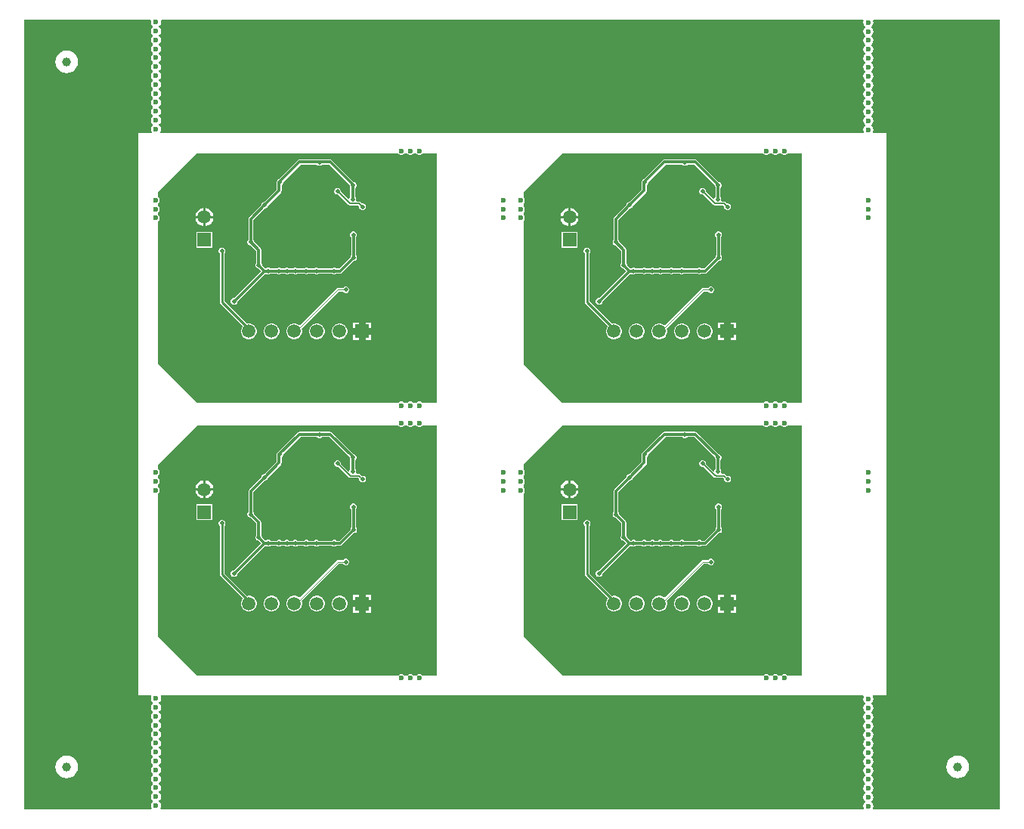
<source format=gbl>
G04*
G04 #@! TF.GenerationSoftware,Altium Limited,Altium Designer,24.0.1 (36)*
G04*
G04 Layer_Physical_Order=4*
G04 Layer_Color=13137664*
%FSLAX24Y24*%
%MOIN*%
G70*
G04*
G04 #@! TF.SameCoordinates,9228D32E-8527-4A6C-AAF6-1CDB9724A3A0*
G04*
G04*
G04 #@! TF.FilePolarity,Positive*
G04*
G01*
G75*
%ADD10C,0.0394*%
%ADD29C,0.0049*%
%ADD30C,0.0118*%
%ADD31C,0.0098*%
%ADD35C,0.0079*%
%ADD43C,0.0236*%
%ADD44R,0.0591X0.0591*%
%ADD45C,0.0591*%
%ADD46R,0.0591X0.0591*%
%ADD47C,0.0197*%
%ADD48C,0.0240*%
G36*
X37121Y34893D02*
X37117Y34888D01*
X37100Y34803D01*
X37117Y34718D01*
X37166Y34646D01*
X37187Y34631D01*
Y34581D01*
X37166Y34567D01*
X37117Y34495D01*
X37100Y34409D01*
X37117Y34324D01*
X37166Y34252D01*
X37187Y34238D01*
Y34188D01*
X37166Y34173D01*
X37117Y34101D01*
X37100Y34016D01*
X37117Y33931D01*
X37166Y33858D01*
X37187Y33844D01*
Y33794D01*
X37166Y33779D01*
X37117Y33707D01*
X37100Y33622D01*
X37117Y33537D01*
X37166Y33465D01*
X37187Y33450D01*
Y33400D01*
X37166Y33386D01*
X37117Y33313D01*
X37100Y33228D01*
X37117Y33143D01*
X37166Y33071D01*
X37187Y33056D01*
Y33006D01*
X37166Y32992D01*
X37117Y32920D01*
X37100Y32835D01*
X37117Y32750D01*
X37166Y32677D01*
X37187Y32663D01*
Y32613D01*
X37166Y32598D01*
X37117Y32526D01*
X37100Y32441D01*
X37117Y32356D01*
X37166Y32284D01*
X37187Y32269D01*
Y32219D01*
X37166Y32204D01*
X37117Y32132D01*
X37100Y32047D01*
X37117Y31962D01*
X37166Y31890D01*
X37187Y31875D01*
Y31825D01*
X37166Y31811D01*
X37117Y31739D01*
X37100Y31654D01*
X37117Y31568D01*
X37166Y31496D01*
X37187Y31482D01*
Y31432D01*
X37166Y31417D01*
X37117Y31345D01*
X37100Y31260D01*
X37117Y31175D01*
X37166Y31103D01*
X37187Y31088D01*
Y31038D01*
X37166Y31023D01*
X37117Y30951D01*
X37100Y30866D01*
X37117Y30781D01*
X37166Y30709D01*
X37187Y30694D01*
Y30644D01*
X37166Y30630D01*
X37117Y30558D01*
X37100Y30472D01*
X37117Y30387D01*
X37166Y30315D01*
X37187Y30301D01*
Y30251D01*
X37166Y30236D01*
X37117Y30164D01*
X37100Y30079D01*
X37117Y29994D01*
X37132Y29971D01*
X37106Y29921D01*
X6108Y29921D01*
X6082Y29971D01*
X6111Y30015D01*
X6128Y30100D01*
X6111Y30186D01*
X6063Y30258D01*
X6041Y30272D01*
Y30322D01*
X6063Y30337D01*
X6111Y30409D01*
X6128Y30494D01*
X6111Y30579D01*
X6063Y30651D01*
X6041Y30666D01*
Y30716D01*
X6063Y30731D01*
X6111Y30803D01*
X6128Y30888D01*
X6111Y30973D01*
X6063Y31045D01*
X6041Y31060D01*
Y31110D01*
X6063Y31124D01*
X6111Y31196D01*
X6128Y31282D01*
X6111Y31367D01*
X6063Y31439D01*
X6041Y31453D01*
Y31503D01*
X6063Y31518D01*
X6111Y31590D01*
X6128Y31675D01*
X6111Y31760D01*
X6063Y31832D01*
X6041Y31847D01*
Y31897D01*
X6063Y31912D01*
X6111Y31984D01*
X6128Y32069D01*
X6111Y32154D01*
X6063Y32226D01*
X6041Y32241D01*
Y32291D01*
X6063Y32305D01*
X6111Y32378D01*
X6128Y32463D01*
X6111Y32548D01*
X6063Y32620D01*
X6041Y32634D01*
Y32684D01*
X6063Y32699D01*
X6111Y32771D01*
X6128Y32856D01*
X6111Y32941D01*
X6063Y33014D01*
X6041Y33028D01*
Y33078D01*
X6063Y33093D01*
X6111Y33165D01*
X6128Y33250D01*
X6111Y33335D01*
X6063Y33407D01*
X6041Y33422D01*
Y33472D01*
X6063Y33486D01*
X6111Y33559D01*
X6128Y33644D01*
X6111Y33729D01*
X6063Y33801D01*
X6041Y33816D01*
Y33866D01*
X6063Y33880D01*
X6111Y33952D01*
X6128Y34037D01*
X6111Y34123D01*
X6063Y34195D01*
X6041Y34209D01*
Y34259D01*
X6063Y34274D01*
X6111Y34346D01*
X6128Y34431D01*
X6111Y34516D01*
X6063Y34588D01*
X6041Y34603D01*
Y34653D01*
X6063Y34668D01*
X6111Y34740D01*
X6128Y34825D01*
X6115Y34887D01*
X6148Y34937D01*
X37097D01*
X37121Y34893D01*
D02*
G37*
G36*
X34409Y18015D02*
X33757D01*
X33717Y18055D01*
X33655Y18081D01*
X33589D01*
X33527Y18055D01*
X33487Y18015D01*
X33363D01*
X33323Y18055D01*
X33262Y18081D01*
X33195D01*
X33134Y18055D01*
X33094Y18015D01*
X32969D01*
X32929Y18055D01*
X32868Y18081D01*
X32801D01*
X32740Y18055D01*
X32700Y18015D01*
X23822D01*
X22110Y19727D01*
Y26046D01*
X22150Y26086D01*
X22175Y26148D01*
Y26214D01*
X22150Y26276D01*
X22110Y26316D01*
Y26440D01*
X22150Y26480D01*
X22175Y26542D01*
Y26608D01*
X22150Y26670D01*
X22110Y26709D01*
Y26834D01*
X22150Y26874D01*
X22175Y26935D01*
Y27002D01*
X22150Y27063D01*
X22110Y27103D01*
Y27320D01*
X23822Y29032D01*
X32700D01*
X32740Y28992D01*
X32801Y28967D01*
X32868D01*
X32929Y28992D01*
X32969Y29032D01*
X33094D01*
X33134Y28992D01*
X33195Y28967D01*
X33262D01*
X33323Y28992D01*
X33363Y29032D01*
X33487D01*
X33527Y28992D01*
X33589Y28967D01*
X33655D01*
X33717Y28992D01*
X33757Y29032D01*
X34409D01*
Y18015D01*
D02*
G37*
G36*
X18307D02*
X17654D01*
X17614Y18055D01*
X17553Y18081D01*
X17486D01*
X17425Y18055D01*
X17385Y18015D01*
X17261D01*
X17221Y18055D01*
X17159Y18081D01*
X17093D01*
X17031Y18055D01*
X16991Y18015D01*
X16867D01*
X16827Y18055D01*
X16766Y18081D01*
X16699D01*
X16638Y18055D01*
X16598Y18015D01*
X7719D01*
X6007Y19727D01*
Y26046D01*
X6047Y26086D01*
X6073Y26148D01*
Y26214D01*
X6047Y26276D01*
X6007Y26316D01*
Y26440D01*
X6047Y26480D01*
X6073Y26542D01*
Y26608D01*
X6047Y26670D01*
X6007Y26709D01*
Y26834D01*
X6047Y26874D01*
X6073Y26935D01*
Y27002D01*
X6047Y27063D01*
X6007Y27103D01*
Y27320D01*
X7719Y29032D01*
X16598D01*
X16638Y28992D01*
X16699Y28967D01*
X16766D01*
X16827Y28992D01*
X16867Y29032D01*
X16991D01*
X17031Y28992D01*
X17093Y28967D01*
X17159D01*
X17221Y28992D01*
X17261Y29032D01*
X17385D01*
X17425Y28992D01*
X17486Y28967D01*
X17553D01*
X17614Y28992D01*
X17654Y29032D01*
X18307D01*
Y18015D01*
D02*
G37*
G36*
X34409Y6007D02*
X33757D01*
X33717Y6047D01*
X33655Y6073D01*
X33589D01*
X33527Y6047D01*
X33487Y6007D01*
X33363D01*
X33323Y6047D01*
X33262Y6073D01*
X33195D01*
X33134Y6047D01*
X33094Y6007D01*
X32969D01*
X32929Y6047D01*
X32868Y6073D01*
X32801D01*
X32740Y6047D01*
X32700Y6007D01*
X23822D01*
X22110Y7719D01*
Y14039D01*
X22150Y14078D01*
X22175Y14140D01*
Y14207D01*
X22150Y14268D01*
X22110Y14308D01*
Y14432D01*
X22150Y14472D01*
X22175Y14534D01*
Y14600D01*
X22150Y14662D01*
X22110Y14702D01*
Y14826D01*
X22150Y14866D01*
X22175Y14927D01*
Y14994D01*
X22150Y15055D01*
X22110Y15095D01*
Y15312D01*
X23822Y17024D01*
X32700D01*
X32740Y16984D01*
X32801Y16959D01*
X32868D01*
X32929Y16984D01*
X32969Y17024D01*
X33094D01*
X33134Y16984D01*
X33195Y16959D01*
X33262D01*
X33323Y16984D01*
X33363Y17024D01*
X33487D01*
X33527Y16984D01*
X33589Y16959D01*
X33655D01*
X33717Y16984D01*
X33757Y17024D01*
X34409D01*
Y6007D01*
D02*
G37*
G36*
X18307D02*
X17654D01*
X17614Y6047D01*
X17553Y6073D01*
X17486D01*
X17425Y6047D01*
X17385Y6007D01*
X17261D01*
X17221Y6047D01*
X17159Y6073D01*
X17093D01*
X17031Y6047D01*
X16991Y6007D01*
X16867D01*
X16827Y6047D01*
X16766Y6073D01*
X16699D01*
X16638Y6047D01*
X16598Y6007D01*
X7719D01*
X6007Y7719D01*
Y14039D01*
X6047Y14078D01*
X6073Y14140D01*
Y14207D01*
X6047Y14268D01*
X6007Y14308D01*
Y14432D01*
X6047Y14472D01*
X6073Y14534D01*
Y14600D01*
X6047Y14662D01*
X6007Y14702D01*
Y14826D01*
X6047Y14866D01*
X6073Y14927D01*
Y14994D01*
X6047Y15055D01*
X6007Y15095D01*
Y15312D01*
X7719Y17024D01*
X16598D01*
X16638Y16984D01*
X16699Y16959D01*
X16766D01*
X16827Y16984D01*
X16867Y17024D01*
X16991D01*
X17031Y16984D01*
X17093Y16959D01*
X17159D01*
X17221Y16984D01*
X17261Y17024D01*
X17385D01*
X17425Y16984D01*
X17486Y16959D01*
X17553D01*
X17614Y16984D01*
X17654Y17024D01*
X18307D01*
Y6007D01*
D02*
G37*
G36*
X43126Y102D02*
X37548D01*
X37525Y146D01*
X37528Y151D01*
X37545Y236D01*
X37528Y321D01*
X37480Y394D01*
X37458Y408D01*
Y458D01*
X37480Y473D01*
X37528Y545D01*
X37545Y630D01*
X37528Y715D01*
X37480Y787D01*
X37458Y802D01*
Y852D01*
X37480Y866D01*
X37528Y939D01*
X37545Y1024D01*
X37528Y1109D01*
X37480Y1181D01*
X37458Y1195D01*
Y1245D01*
X37480Y1260D01*
X37528Y1332D01*
X37545Y1417D01*
X37528Y1502D01*
X37480Y1575D01*
X37458Y1589D01*
Y1639D01*
X37480Y1654D01*
X37528Y1726D01*
X37545Y1811D01*
X37528Y1896D01*
X37480Y1968D01*
X37458Y1983D01*
Y2033D01*
X37480Y2047D01*
X37528Y2120D01*
X37545Y2205D01*
X37528Y2290D01*
X37480Y2362D01*
X37458Y2377D01*
Y2427D01*
X37480Y2441D01*
X37528Y2513D01*
X37545Y2598D01*
X37528Y2684D01*
X37480Y2756D01*
X37458Y2770D01*
Y2820D01*
X37480Y2835D01*
X37528Y2907D01*
X37545Y2992D01*
X37528Y3077D01*
X37480Y3149D01*
X37458Y3164D01*
Y3214D01*
X37480Y3229D01*
X37528Y3301D01*
X37545Y3386D01*
X37528Y3471D01*
X37480Y3543D01*
X37458Y3558D01*
Y3608D01*
X37480Y3622D01*
X37528Y3694D01*
X37545Y3780D01*
X37528Y3865D01*
X37480Y3937D01*
X37458Y3951D01*
Y4001D01*
X37480Y4016D01*
X37528Y4088D01*
X37545Y4173D01*
X37528Y4258D01*
X37480Y4330D01*
X37458Y4345D01*
Y4395D01*
X37480Y4410D01*
X37528Y4482D01*
X37545Y4567D01*
X37528Y4652D01*
X37480Y4724D01*
X37458Y4739D01*
Y4789D01*
X37480Y4803D01*
X37528Y4876D01*
X37545Y4961D01*
X37528Y5046D01*
X37513Y5068D01*
X37540Y5118D01*
X38110D01*
X38110Y29921D01*
X37540D01*
X37513Y29971D01*
X37528Y29994D01*
X37545Y30079D01*
X37528Y30164D01*
X37480Y30236D01*
X37458Y30251D01*
Y30301D01*
X37480Y30315D01*
X37528Y30387D01*
X37545Y30472D01*
X37528Y30558D01*
X37480Y30630D01*
X37458Y30644D01*
Y30694D01*
X37480Y30709D01*
X37528Y30781D01*
X37545Y30866D01*
X37528Y30951D01*
X37480Y31023D01*
X37458Y31038D01*
Y31088D01*
X37480Y31103D01*
X37528Y31175D01*
X37545Y31260D01*
X37528Y31345D01*
X37480Y31417D01*
X37458Y31432D01*
Y31482D01*
X37480Y31496D01*
X37528Y31568D01*
X37545Y31654D01*
X37528Y31739D01*
X37480Y31811D01*
X37458Y31825D01*
Y31875D01*
X37480Y31890D01*
X37528Y31962D01*
X37545Y32047D01*
X37528Y32132D01*
X37480Y32204D01*
X37458Y32219D01*
Y32269D01*
X37480Y32284D01*
X37528Y32356D01*
X37545Y32441D01*
X37528Y32526D01*
X37480Y32598D01*
X37458Y32613D01*
Y32663D01*
X37480Y32677D01*
X37528Y32750D01*
X37545Y32835D01*
X37528Y32920D01*
X37480Y32992D01*
X37458Y33006D01*
Y33056D01*
X37480Y33071D01*
X37528Y33143D01*
X37545Y33228D01*
X37528Y33313D01*
X37480Y33386D01*
X37458Y33400D01*
Y33450D01*
X37480Y33465D01*
X37528Y33537D01*
X37545Y33622D01*
X37528Y33707D01*
X37480Y33779D01*
X37458Y33794D01*
Y33844D01*
X37480Y33858D01*
X37528Y33931D01*
X37545Y34016D01*
X37528Y34101D01*
X37480Y34173D01*
X37458Y34188D01*
Y34238D01*
X37480Y34252D01*
X37528Y34324D01*
X37545Y34409D01*
X37528Y34495D01*
X37480Y34567D01*
X37458Y34581D01*
Y34631D01*
X37480Y34646D01*
X37528Y34718D01*
X37545Y34803D01*
X37528Y34888D01*
X37525Y34893D01*
X37548Y34937D01*
X43126D01*
X43126Y102D01*
D02*
G37*
G36*
X37106Y5118D02*
X37132Y5068D01*
X37117Y5046D01*
X37100Y4961D01*
X37117Y4876D01*
X37166Y4803D01*
X37187Y4789D01*
Y4739D01*
X37166Y4724D01*
X37117Y4652D01*
X37100Y4567D01*
X37117Y4482D01*
X37166Y4410D01*
X37187Y4395D01*
Y4345D01*
X37166Y4330D01*
X37117Y4258D01*
X37100Y4173D01*
X37117Y4088D01*
X37166Y4016D01*
X37187Y4001D01*
Y3951D01*
X37166Y3937D01*
X37117Y3865D01*
X37100Y3780D01*
X37117Y3694D01*
X37166Y3622D01*
X37187Y3608D01*
Y3558D01*
X37166Y3543D01*
X37117Y3471D01*
X37100Y3386D01*
X37117Y3301D01*
X37166Y3229D01*
X37187Y3214D01*
Y3164D01*
X37166Y3149D01*
X37117Y3077D01*
X37100Y2992D01*
X37117Y2907D01*
X37166Y2835D01*
X37187Y2820D01*
Y2770D01*
X37166Y2756D01*
X37117Y2684D01*
X37100Y2598D01*
X37117Y2513D01*
X37166Y2441D01*
X37187Y2427D01*
Y2377D01*
X37166Y2362D01*
X37117Y2290D01*
X37100Y2205D01*
X37117Y2120D01*
X37166Y2047D01*
X37187Y2033D01*
Y1983D01*
X37166Y1968D01*
X37117Y1896D01*
X37100Y1811D01*
X37117Y1726D01*
X37166Y1654D01*
X37187Y1639D01*
Y1589D01*
X37166Y1575D01*
X37117Y1502D01*
X37100Y1417D01*
X37117Y1332D01*
X37166Y1260D01*
X37187Y1245D01*
Y1195D01*
X37166Y1181D01*
X37117Y1109D01*
X37100Y1024D01*
X37117Y939D01*
X37166Y866D01*
X37187Y852D01*
Y802D01*
X37166Y787D01*
X37117Y715D01*
X37100Y630D01*
X37117Y545D01*
X37166Y473D01*
X37187Y458D01*
Y408D01*
X37166Y394D01*
X37117Y321D01*
X37100Y236D01*
X37117Y151D01*
X37121Y146D01*
X37097Y102D01*
X6119D01*
X6092Y152D01*
X6111Y181D01*
X6128Y266D01*
X6111Y351D01*
X6063Y423D01*
X6041Y438D01*
Y488D01*
X6063Y502D01*
X6111Y574D01*
X6128Y659D01*
X6111Y744D01*
X6063Y817D01*
X6041Y831D01*
Y881D01*
X6063Y896D01*
X6111Y968D01*
X6128Y1053D01*
X6111Y1138D01*
X6063Y1210D01*
X6041Y1225D01*
Y1275D01*
X6063Y1289D01*
X6111Y1362D01*
X6128Y1447D01*
X6111Y1532D01*
X6063Y1604D01*
X6041Y1619D01*
Y1669D01*
X6063Y1683D01*
X6111Y1755D01*
X6128Y1840D01*
X6111Y1926D01*
X6063Y1998D01*
X6041Y2012D01*
Y2062D01*
X6063Y2077D01*
X6111Y2149D01*
X6128Y2234D01*
X6111Y2319D01*
X6063Y2391D01*
X6041Y2406D01*
Y2456D01*
X6063Y2471D01*
X6111Y2543D01*
X6128Y2628D01*
X6111Y2713D01*
X6063Y2785D01*
X6041Y2800D01*
Y2850D01*
X6063Y2864D01*
X6111Y2936D01*
X6128Y3022D01*
X6111Y3107D01*
X6063Y3179D01*
X6041Y3193D01*
Y3243D01*
X6063Y3258D01*
X6111Y3330D01*
X6128Y3415D01*
X6111Y3500D01*
X6063Y3573D01*
X6041Y3587D01*
Y3637D01*
X6063Y3652D01*
X6111Y3724D01*
X6128Y3809D01*
X6111Y3894D01*
X6063Y3966D01*
X6041Y3981D01*
Y4031D01*
X6063Y4045D01*
X6111Y4118D01*
X6128Y4203D01*
X6111Y4288D01*
X6063Y4360D01*
X6041Y4374D01*
Y4424D01*
X6063Y4439D01*
X6111Y4511D01*
X6128Y4596D01*
X6111Y4681D01*
X6063Y4754D01*
X6041Y4768D01*
Y4818D01*
X6063Y4833D01*
X6111Y4905D01*
X6128Y4990D01*
X6112Y5068D01*
X6126Y5104D01*
X6134Y5118D01*
X37106Y5118D01*
D02*
G37*
G36*
X5696Y34887D02*
X5683Y34825D01*
X5700Y34740D01*
X5748Y34668D01*
X5770Y34653D01*
Y34603D01*
X5748Y34588D01*
X5700Y34516D01*
X5683Y34431D01*
X5700Y34346D01*
X5748Y34274D01*
X5770Y34259D01*
Y34209D01*
X5748Y34195D01*
X5700Y34123D01*
X5683Y34037D01*
X5700Y33952D01*
X5748Y33880D01*
X5770Y33866D01*
Y33816D01*
X5748Y33801D01*
X5700Y33729D01*
X5683Y33644D01*
X5700Y33559D01*
X5748Y33486D01*
X5770Y33472D01*
Y33422D01*
X5748Y33407D01*
X5700Y33335D01*
X5683Y33250D01*
X5700Y33165D01*
X5748Y33093D01*
X5770Y33078D01*
Y33028D01*
X5748Y33014D01*
X5700Y32941D01*
X5683Y32856D01*
X5700Y32771D01*
X5748Y32699D01*
X5770Y32684D01*
Y32634D01*
X5748Y32620D01*
X5700Y32548D01*
X5683Y32463D01*
X5700Y32378D01*
X5748Y32305D01*
X5770Y32291D01*
Y32241D01*
X5748Y32226D01*
X5700Y32154D01*
X5683Y32069D01*
X5700Y31984D01*
X5748Y31912D01*
X5770Y31897D01*
Y31847D01*
X5748Y31832D01*
X5700Y31760D01*
X5683Y31675D01*
X5700Y31590D01*
X5748Y31518D01*
X5770Y31503D01*
Y31453D01*
X5748Y31439D01*
X5700Y31367D01*
X5683Y31282D01*
X5700Y31196D01*
X5748Y31124D01*
X5770Y31110D01*
Y31060D01*
X5748Y31045D01*
X5700Y30973D01*
X5683Y30888D01*
X5700Y30803D01*
X5748Y30731D01*
X5770Y30716D01*
Y30666D01*
X5748Y30651D01*
X5700Y30579D01*
X5683Y30494D01*
X5700Y30409D01*
X5748Y30337D01*
X5770Y30322D01*
Y30272D01*
X5748Y30258D01*
X5700Y30186D01*
X5683Y30100D01*
X5700Y30015D01*
X5730Y29971D01*
X5703Y29921D01*
X5118D01*
X5118Y5118D01*
X5677D01*
X5685Y5104D01*
X5699Y5068D01*
X5683Y4990D01*
X5700Y4905D01*
X5748Y4833D01*
X5770Y4818D01*
Y4768D01*
X5748Y4754D01*
X5700Y4681D01*
X5683Y4596D01*
X5700Y4511D01*
X5748Y4439D01*
X5770Y4424D01*
Y4374D01*
X5748Y4360D01*
X5700Y4288D01*
X5683Y4203D01*
X5700Y4118D01*
X5748Y4045D01*
X5770Y4031D01*
Y3981D01*
X5748Y3966D01*
X5700Y3894D01*
X5683Y3809D01*
X5700Y3724D01*
X5748Y3652D01*
X5770Y3637D01*
Y3587D01*
X5748Y3573D01*
X5700Y3500D01*
X5683Y3415D01*
X5700Y3330D01*
X5748Y3258D01*
X5770Y3243D01*
Y3193D01*
X5748Y3179D01*
X5700Y3107D01*
X5683Y3022D01*
X5700Y2936D01*
X5748Y2864D01*
X5770Y2850D01*
Y2800D01*
X5748Y2785D01*
X5700Y2713D01*
X5683Y2628D01*
X5700Y2543D01*
X5748Y2471D01*
X5770Y2456D01*
Y2406D01*
X5748Y2391D01*
X5700Y2319D01*
X5683Y2234D01*
X5700Y2149D01*
X5748Y2077D01*
X5770Y2062D01*
Y2012D01*
X5748Y1998D01*
X5700Y1926D01*
X5683Y1840D01*
X5700Y1755D01*
X5748Y1683D01*
X5770Y1669D01*
Y1619D01*
X5748Y1604D01*
X5700Y1532D01*
X5683Y1447D01*
X5700Y1362D01*
X5748Y1289D01*
X5770Y1275D01*
Y1225D01*
X5748Y1210D01*
X5700Y1138D01*
X5683Y1053D01*
X5700Y968D01*
X5748Y896D01*
X5770Y881D01*
Y831D01*
X5748Y817D01*
X5700Y744D01*
X5683Y659D01*
X5700Y574D01*
X5748Y502D01*
X5770Y488D01*
Y438D01*
X5748Y423D01*
X5700Y351D01*
X5683Y266D01*
X5700Y181D01*
X5719Y152D01*
X5692Y102D01*
X102D01*
X102Y34937D01*
X5663D01*
X5696Y34887D01*
D02*
G37*
%LPC*%
G36*
X29257Y28780D02*
X29198D01*
X29156Y28762D01*
X28337D01*
X28294Y28754D01*
X28259Y28730D01*
X27426Y27897D01*
X27387Y27881D01*
X27345Y27840D01*
X27323Y27785D01*
Y27727D01*
X27331Y27708D01*
Y27437D01*
X26793Y26900D01*
X26772D01*
X26718Y26877D01*
X26676Y26836D01*
X26654Y26781D01*
Y26760D01*
X26113Y26220D01*
X26089Y26184D01*
X26081Y26142D01*
Y25217D01*
X26066Y25202D01*
X26043Y25147D01*
Y25089D01*
X26066Y25034D01*
X26107Y24993D01*
X26162Y24970D01*
X26182D01*
X26425Y24728D01*
Y24199D01*
X26414Y24188D01*
X26392Y24134D01*
Y24075D01*
X26414Y24021D01*
X26456Y23979D01*
X26510Y23957D01*
X26517D01*
X26634Y23840D01*
X25447Y22653D01*
X25426D01*
X25372Y22630D01*
X25330Y22589D01*
X25308Y22534D01*
Y22476D01*
X25330Y22421D01*
X25372Y22380D01*
X25426Y22357D01*
X25485D01*
X25539Y22380D01*
X25580Y22421D01*
X25603Y22476D01*
Y22496D01*
X26821Y23714D01*
X26878Y23717D01*
X26932Y23695D01*
X26991D01*
X27045Y23717D01*
X27060Y23732D01*
X27342D01*
X27357Y23717D01*
X27411Y23695D01*
X27470D01*
X27524Y23717D01*
X27539Y23732D01*
X27696D01*
X27711Y23717D01*
X27765Y23695D01*
X27824D01*
X27878Y23717D01*
X27893Y23732D01*
X28051D01*
X28066Y23717D01*
X28120Y23695D01*
X28179D01*
X28233Y23717D01*
X28248Y23732D01*
X28543D01*
X28558Y23717D01*
X28613Y23695D01*
X28671D01*
X28726Y23717D01*
X28740Y23732D01*
X28996D01*
X29011Y23717D01*
X29065Y23695D01*
X29124D01*
X29178Y23717D01*
X29193Y23732D01*
X29774D01*
X29788Y23717D01*
X29843Y23695D01*
X29901D01*
X29956Y23717D01*
X29970Y23732D01*
X30132D01*
X30174Y23741D01*
X30210Y23764D01*
X30737Y24291D01*
X30758D01*
X30812Y24314D01*
X30854Y24355D01*
X30876Y24410D01*
Y24468D01*
X30854Y24523D01*
X30839Y24537D01*
Y25354D01*
X30844Y25359D01*
X30866Y25414D01*
Y25472D01*
X30844Y25527D01*
X30802Y25568D01*
X30748Y25591D01*
X30689D01*
X30635Y25568D01*
X30593Y25527D01*
X30571Y25472D01*
Y25414D01*
X30593Y25359D01*
X30618Y25335D01*
Y24537D01*
X30603Y24523D01*
X30581Y24468D01*
Y24447D01*
X30086Y23953D01*
X29970D01*
X29956Y23968D01*
X29901Y23990D01*
X29843D01*
X29788Y23968D01*
X29774Y23953D01*
X29193D01*
X29178Y23968D01*
X29124Y23990D01*
X29065D01*
X29011Y23968D01*
X28996Y23953D01*
X28740D01*
X28726Y23968D01*
X28671Y23990D01*
X28613D01*
X28558Y23968D01*
X28543Y23953D01*
X28248D01*
X28233Y23968D01*
X28179Y23990D01*
X28120D01*
X28066Y23968D01*
X28051Y23953D01*
X27893D01*
X27878Y23968D01*
X27824Y23990D01*
X27765D01*
X27711Y23968D01*
X27696Y23953D01*
X27539D01*
X27524Y23968D01*
X27470Y23990D01*
X27411D01*
X27357Y23968D01*
X27342Y23953D01*
X27060D01*
X27045Y23968D01*
X26991Y23990D01*
X26932D01*
X26878Y23968D01*
X26863Y23953D01*
X26833D01*
X26687Y24099D01*
Y24134D01*
X26665Y24188D01*
X26646Y24207D01*
Y24774D01*
X26637Y24816D01*
X26613Y24852D01*
X26339Y25127D01*
Y25147D01*
X26316Y25202D01*
X26301Y25217D01*
Y26096D01*
X26810Y26604D01*
X26831D01*
X26885Y26627D01*
X26926Y26668D01*
X26949Y26723D01*
Y26743D01*
X27519Y27314D01*
X27543Y27349D01*
X27551Y27392D01*
Y27630D01*
X27554Y27631D01*
X27596Y27672D01*
X27618Y27727D01*
Y27777D01*
X28382Y28541D01*
X29109D01*
X29144Y28507D01*
X29198Y28484D01*
X29257D01*
X29311Y28507D01*
X29345Y28541D01*
X29649D01*
X30561Y27629D01*
Y27599D01*
X30579Y27556D01*
Y27106D01*
X30564Y27092D01*
X30541Y27037D01*
X30491Y27018D01*
X30167Y27342D01*
Y27392D01*
X30145Y27446D01*
X30103Y27487D01*
X30049Y27510D01*
X29990D01*
X29936Y27487D01*
X29895Y27446D01*
X29872Y27392D01*
Y27333D01*
X29895Y27279D01*
X29936Y27237D01*
X29990Y27215D01*
X30040D01*
X30482Y26772D01*
X30511Y26753D01*
X30546Y26746D01*
X30564D01*
X30577Y26737D01*
X30612Y26731D01*
X30937D01*
X30974Y26693D01*
Y26644D01*
X30997Y26590D01*
X31038Y26548D01*
X31093Y26526D01*
X31151D01*
X31206Y26548D01*
X31247Y26590D01*
X31270Y26644D01*
Y26703D01*
X31247Y26757D01*
X31206Y26798D01*
X31151Y26821D01*
X31102D01*
X31038Y26885D01*
X31009Y26904D01*
X30974Y26911D01*
X30863D01*
X30829Y26961D01*
X30837Y26979D01*
Y27037D01*
X30814Y27092D01*
X30799Y27106D01*
Y27510D01*
X30834Y27544D01*
X30856Y27599D01*
Y27657D01*
X30834Y27712D01*
X30792Y27753D01*
X30738Y27776D01*
X30727D01*
X29773Y28730D01*
X29737Y28754D01*
X29695Y28762D01*
X29299D01*
X29257Y28780D01*
D02*
G37*
G36*
X24196Y26616D02*
X24194D01*
Y26270D01*
X24539D01*
Y26273D01*
X24512Y26373D01*
X24460Y26463D01*
X24386Y26537D01*
X24296Y26589D01*
X24196Y26616D01*
D02*
G37*
G36*
X24094D02*
X24092D01*
X23991Y26589D01*
X23901Y26537D01*
X23827Y26463D01*
X23775Y26373D01*
X23748Y26273D01*
Y26270D01*
X24094D01*
Y26616D01*
D02*
G37*
G36*
X24539Y26170D02*
X24194D01*
Y25825D01*
X24196D01*
X24296Y25852D01*
X24386Y25904D01*
X24460Y25978D01*
X24512Y26068D01*
X24539Y26168D01*
Y26170D01*
D02*
G37*
G36*
X24094D02*
X23748D01*
Y26168D01*
X23775Y26068D01*
X23827Y25978D01*
X23901Y25904D01*
X23991Y25852D01*
X24092Y25825D01*
X24094D01*
Y26170D01*
D02*
G37*
G36*
X24488Y25565D02*
X23799D01*
Y24876D01*
X24488D01*
Y25565D01*
D02*
G37*
G36*
X30413Y23169D02*
X30354D01*
X30300Y23147D01*
X30259Y23105D01*
X30255Y23097D01*
X30030D01*
X30001Y23091D01*
X29976Y23075D01*
X28336Y21435D01*
X28314Y21457D01*
X28235Y21502D01*
X28148Y21526D01*
X28057D01*
X27969Y21502D01*
X27891Y21457D01*
X27827Y21393D01*
X27781Y21314D01*
X27758Y21226D01*
Y21136D01*
X27781Y21048D01*
X27827Y20970D01*
X27891Y20905D01*
X27969Y20860D01*
X28057Y20837D01*
X28148D01*
X28235Y20860D01*
X28314Y20905D01*
X28378Y20970D01*
X28423Y21048D01*
X28447Y21136D01*
Y21226D01*
X28424Y21310D01*
X30061Y22946D01*
X30255D01*
X30259Y22938D01*
X30300Y22896D01*
X30354Y22874D01*
X30413D01*
X30467Y22896D01*
X30509Y22938D01*
X30531Y22992D01*
Y23051D01*
X30509Y23105D01*
X30467Y23147D01*
X30413Y23169D01*
D02*
G37*
G36*
X31498Y21576D02*
X31252D01*
Y21331D01*
X31498D01*
Y21576D01*
D02*
G37*
G36*
X30952D02*
X30707D01*
Y21331D01*
X30952D01*
Y21576D01*
D02*
G37*
G36*
X30148Y21526D02*
X30057D01*
X29969Y21502D01*
X29891Y21457D01*
X29827Y21393D01*
X29781Y21314D01*
X29758Y21226D01*
Y21136D01*
X29781Y21048D01*
X29827Y20970D01*
X29891Y20905D01*
X29969Y20860D01*
X30057Y20837D01*
X30148D01*
X30235Y20860D01*
X30314Y20905D01*
X30378Y20970D01*
X30423Y21048D01*
X30447Y21136D01*
Y21226D01*
X30423Y21314D01*
X30378Y21393D01*
X30314Y21457D01*
X30235Y21502D01*
X30148Y21526D01*
D02*
G37*
G36*
X29148D02*
X29057D01*
X28969Y21502D01*
X28891Y21457D01*
X28827Y21393D01*
X28781Y21314D01*
X28758Y21226D01*
Y21136D01*
X28781Y21048D01*
X28827Y20970D01*
X28891Y20905D01*
X28969Y20860D01*
X29057Y20837D01*
X29148D01*
X29235Y20860D01*
X29314Y20905D01*
X29378Y20970D01*
X29423Y21048D01*
X29447Y21136D01*
Y21226D01*
X29423Y21314D01*
X29378Y21393D01*
X29314Y21457D01*
X29235Y21502D01*
X29148Y21526D01*
D02*
G37*
G36*
X27148D02*
X27057D01*
X26969Y21502D01*
X26891Y21457D01*
X26827Y21393D01*
X26781Y21314D01*
X26758Y21226D01*
Y21136D01*
X26781Y21048D01*
X26827Y20970D01*
X26891Y20905D01*
X26969Y20860D01*
X27057Y20837D01*
X27148D01*
X27235Y20860D01*
X27314Y20905D01*
X27378Y20970D01*
X27423Y21048D01*
X27447Y21136D01*
Y21226D01*
X27423Y21314D01*
X27378Y21393D01*
X27314Y21457D01*
X27235Y21502D01*
X27148Y21526D01*
D02*
G37*
G36*
X24951Y24872D02*
X24892D01*
X24838Y24850D01*
X24796Y24808D01*
X24774Y24754D01*
Y24695D01*
X24796Y24641D01*
X24821Y24616D01*
Y22480D01*
X24829Y22442D01*
X24850Y22409D01*
X25847Y21413D01*
X25827Y21393D01*
X25781Y21314D01*
X25758Y21226D01*
Y21136D01*
X25781Y21048D01*
X25827Y20970D01*
X25891Y20905D01*
X25969Y20860D01*
X26057Y20837D01*
X26148D01*
X26235Y20860D01*
X26314Y20905D01*
X26378Y20970D01*
X26423Y21048D01*
X26447Y21136D01*
Y21226D01*
X26423Y21314D01*
X26378Y21393D01*
X26314Y21457D01*
X26235Y21502D01*
X26148Y21526D01*
X26057D01*
X26026Y21517D01*
X25022Y22522D01*
Y24616D01*
X25046Y24641D01*
X25069Y24695D01*
Y24754D01*
X25046Y24808D01*
X25005Y24850D01*
X24951Y24872D01*
D02*
G37*
G36*
X31498Y21031D02*
X31252D01*
Y20786D01*
X31498D01*
Y21031D01*
D02*
G37*
G36*
X30952D02*
X30707D01*
Y20786D01*
X30952D01*
Y21031D01*
D02*
G37*
G36*
X13154Y28780D02*
X13096D01*
X13053Y28762D01*
X12234D01*
X12192Y28754D01*
X12156Y28730D01*
X11324Y27897D01*
X11284Y27881D01*
X11243Y27840D01*
X11220Y27785D01*
Y27727D01*
X11228Y27708D01*
Y27437D01*
X10690Y26900D01*
X10669D01*
X10615Y26877D01*
X10574Y26836D01*
X10551Y26781D01*
Y26760D01*
X10011Y26220D01*
X9987Y26184D01*
X9978Y26142D01*
Y25217D01*
X9963Y25202D01*
X9941Y25147D01*
Y25089D01*
X9963Y25034D01*
X10005Y24993D01*
X10059Y24970D01*
X10080D01*
X10323Y24728D01*
Y24199D01*
X10312Y24188D01*
X10289Y24134D01*
Y24075D01*
X10312Y24021D01*
X10353Y23979D01*
X10408Y23957D01*
X10415D01*
X10532Y23840D01*
X9344Y22653D01*
X9324D01*
X9269Y22630D01*
X9228Y22589D01*
X9205Y22534D01*
Y22476D01*
X9228Y22421D01*
X9269Y22380D01*
X9324Y22357D01*
X9382D01*
X9437Y22380D01*
X9478Y22421D01*
X9501Y22476D01*
Y22496D01*
X10718Y23714D01*
X10776Y23717D01*
X10830Y23695D01*
X10889D01*
X10943Y23717D01*
X10958Y23732D01*
X11239D01*
X11254Y23717D01*
X11308Y23695D01*
X11367D01*
X11421Y23717D01*
X11436Y23732D01*
X11594D01*
X11609Y23717D01*
X11663Y23695D01*
X11722D01*
X11776Y23717D01*
X11791Y23732D01*
X11949D01*
X11964Y23717D01*
X12018Y23695D01*
X12077D01*
X12131Y23717D01*
X12146Y23732D01*
X12441D01*
X12456Y23717D01*
X12510Y23695D01*
X12569D01*
X12623Y23717D01*
X12638Y23732D01*
X12894D01*
X12908Y23717D01*
X12963Y23695D01*
X13021D01*
X13076Y23717D01*
X13091Y23732D01*
X13671D01*
X13686Y23717D01*
X13740Y23695D01*
X13799D01*
X13853Y23717D01*
X13868Y23732D01*
X14030D01*
X14072Y23741D01*
X14108Y23764D01*
X14634Y24291D01*
X14655D01*
X14710Y24314D01*
X14751Y24355D01*
X14774Y24410D01*
Y24468D01*
X14751Y24523D01*
X14736Y24537D01*
Y25354D01*
X14741Y25359D01*
X14764Y25414D01*
Y25472D01*
X14741Y25527D01*
X14700Y25568D01*
X14646Y25591D01*
X14587D01*
X14533Y25568D01*
X14491Y25527D01*
X14469Y25472D01*
Y25414D01*
X14491Y25359D01*
X14516Y25335D01*
Y24537D01*
X14501Y24523D01*
X14478Y24468D01*
Y24447D01*
X13984Y23953D01*
X13868D01*
X13853Y23968D01*
X13799Y23990D01*
X13740D01*
X13686Y23968D01*
X13671Y23953D01*
X13091D01*
X13076Y23968D01*
X13021Y23990D01*
X12963D01*
X12908Y23968D01*
X12894Y23953D01*
X12638D01*
X12623Y23968D01*
X12569Y23990D01*
X12510D01*
X12456Y23968D01*
X12441Y23953D01*
X12146D01*
X12131Y23968D01*
X12077Y23990D01*
X12018D01*
X11964Y23968D01*
X11949Y23953D01*
X11791D01*
X11776Y23968D01*
X11722Y23990D01*
X11663D01*
X11609Y23968D01*
X11594Y23953D01*
X11436D01*
X11421Y23968D01*
X11367Y23990D01*
X11308D01*
X11254Y23968D01*
X11239Y23953D01*
X10958D01*
X10943Y23968D01*
X10889Y23990D01*
X10830D01*
X10776Y23968D01*
X10761Y23953D01*
X10731D01*
X10585Y24099D01*
Y24134D01*
X10562Y24188D01*
X10543Y24207D01*
Y24774D01*
X10535Y24816D01*
X10511Y24852D01*
X10236Y25127D01*
Y25147D01*
X10214Y25202D01*
X10199Y25217D01*
Y26096D01*
X10707Y26604D01*
X10728D01*
X10782Y26627D01*
X10824Y26668D01*
X10846Y26723D01*
Y26743D01*
X11417Y27314D01*
X11441Y27349D01*
X11449Y27392D01*
Y27630D01*
X11452Y27631D01*
X11493Y27672D01*
X11516Y27727D01*
Y27777D01*
X12280Y28541D01*
X13007D01*
X13041Y28507D01*
X13096Y28484D01*
X13154D01*
X13209Y28507D01*
X13243Y28541D01*
X13547D01*
X14459Y27629D01*
Y27599D01*
X14476Y27556D01*
Y27106D01*
X14461Y27092D01*
X14439Y27037D01*
X14389Y27018D01*
X14065Y27342D01*
Y27392D01*
X14042Y27446D01*
X14001Y27487D01*
X13947Y27510D01*
X13888D01*
X13834Y27487D01*
X13792Y27446D01*
X13770Y27392D01*
Y27333D01*
X13792Y27279D01*
X13834Y27237D01*
X13888Y27215D01*
X13937D01*
X14379Y26772D01*
X14409Y26753D01*
X14443Y26746D01*
X14462D01*
X14475Y26737D01*
X14509Y26731D01*
X14835D01*
X14872Y26693D01*
Y26644D01*
X14895Y26590D01*
X14936Y26548D01*
X14990Y26526D01*
X15049D01*
X15103Y26548D01*
X15145Y26590D01*
X15167Y26644D01*
Y26703D01*
X15145Y26757D01*
X15103Y26798D01*
X15049Y26821D01*
X15000D01*
X14936Y26885D01*
X14907Y26904D01*
X14872Y26911D01*
X14760D01*
X14727Y26961D01*
X14734Y26979D01*
Y27037D01*
X14712Y27092D01*
X14697Y27106D01*
Y27510D01*
X14731Y27544D01*
X14754Y27599D01*
Y27657D01*
X14731Y27712D01*
X14690Y27753D01*
X14636Y27776D01*
X14625D01*
X13671Y28730D01*
X13635Y28754D01*
X13593Y28762D01*
X13197D01*
X13154Y28780D01*
D02*
G37*
G36*
X8093Y26616D02*
X8091D01*
Y26270D01*
X8437D01*
Y26273D01*
X8410Y26373D01*
X8358Y26463D01*
X8284Y26537D01*
X8194Y26589D01*
X8093Y26616D01*
D02*
G37*
G36*
X7991D02*
X7989D01*
X7889Y26589D01*
X7799Y26537D01*
X7725Y26463D01*
X7673Y26373D01*
X7646Y26273D01*
Y26270D01*
X7991D01*
Y26616D01*
D02*
G37*
G36*
X8437Y26170D02*
X8091D01*
Y25825D01*
X8093D01*
X8194Y25852D01*
X8284Y25904D01*
X8358Y25978D01*
X8410Y26068D01*
X8437Y26168D01*
Y26170D01*
D02*
G37*
G36*
X7991D02*
X7646D01*
Y26168D01*
X7673Y26068D01*
X7725Y25978D01*
X7799Y25904D01*
X7889Y25852D01*
X7989Y25825D01*
X7991D01*
Y26170D01*
D02*
G37*
G36*
X8386Y25565D02*
X7697D01*
Y24876D01*
X8386D01*
Y25565D01*
D02*
G37*
G36*
X14311Y23169D02*
X14252D01*
X14198Y23147D01*
X14156Y23105D01*
X14153Y23097D01*
X13927D01*
X13898Y23091D01*
X13874Y23075D01*
X12234Y21435D01*
X12212Y21457D01*
X12133Y21502D01*
X12045Y21526D01*
X11955D01*
X11867Y21502D01*
X11788Y21457D01*
X11724Y21393D01*
X11679Y21314D01*
X11656Y21226D01*
Y21136D01*
X11679Y21048D01*
X11724Y20970D01*
X11788Y20905D01*
X11867Y20860D01*
X11955Y20837D01*
X12045D01*
X12133Y20860D01*
X12212Y20905D01*
X12276Y20970D01*
X12321Y21048D01*
X12344Y21136D01*
Y21226D01*
X12322Y21310D01*
X13958Y22946D01*
X14153D01*
X14156Y22938D01*
X14198Y22896D01*
X14252Y22874D01*
X14311D01*
X14365Y22896D01*
X14407Y22938D01*
X14429Y22992D01*
Y23051D01*
X14407Y23105D01*
X14365Y23147D01*
X14311Y23169D01*
D02*
G37*
G36*
X15395Y21576D02*
X15150D01*
Y21331D01*
X15395D01*
Y21576D01*
D02*
G37*
G36*
X14850D02*
X14605D01*
Y21331D01*
X14850D01*
Y21576D01*
D02*
G37*
G36*
X14045Y21526D02*
X13955D01*
X13867Y21502D01*
X13788Y21457D01*
X13724Y21393D01*
X13679Y21314D01*
X13656Y21226D01*
Y21136D01*
X13679Y21048D01*
X13724Y20970D01*
X13788Y20905D01*
X13867Y20860D01*
X13955Y20837D01*
X14045D01*
X14133Y20860D01*
X14212Y20905D01*
X14276Y20970D01*
X14321Y21048D01*
X14344Y21136D01*
Y21226D01*
X14321Y21314D01*
X14276Y21393D01*
X14212Y21457D01*
X14133Y21502D01*
X14045Y21526D01*
D02*
G37*
G36*
X13045D02*
X12955D01*
X12867Y21502D01*
X12788Y21457D01*
X12724Y21393D01*
X12679Y21314D01*
X12656Y21226D01*
Y21136D01*
X12679Y21048D01*
X12724Y20970D01*
X12788Y20905D01*
X12867Y20860D01*
X12955Y20837D01*
X13045D01*
X13133Y20860D01*
X13212Y20905D01*
X13276Y20970D01*
X13321Y21048D01*
X13344Y21136D01*
Y21226D01*
X13321Y21314D01*
X13276Y21393D01*
X13212Y21457D01*
X13133Y21502D01*
X13045Y21526D01*
D02*
G37*
G36*
X11045D02*
X10955D01*
X10867Y21502D01*
X10788Y21457D01*
X10724Y21393D01*
X10679Y21314D01*
X10656Y21226D01*
Y21136D01*
X10679Y21048D01*
X10724Y20970D01*
X10788Y20905D01*
X10867Y20860D01*
X10955Y20837D01*
X11045D01*
X11133Y20860D01*
X11212Y20905D01*
X11276Y20970D01*
X11321Y21048D01*
X11344Y21136D01*
Y21226D01*
X11321Y21314D01*
X11276Y21393D01*
X11212Y21457D01*
X11133Y21502D01*
X11045Y21526D01*
D02*
G37*
G36*
X8848Y24872D02*
X8790D01*
X8735Y24850D01*
X8694Y24808D01*
X8671Y24754D01*
Y24695D01*
X8694Y24641D01*
X8719Y24616D01*
Y22480D01*
X8726Y22442D01*
X8748Y22409D01*
X9745Y21413D01*
X9724Y21393D01*
X9679Y21314D01*
X9656Y21226D01*
Y21136D01*
X9679Y21048D01*
X9724Y20970D01*
X9788Y20905D01*
X9867Y20860D01*
X9955Y20837D01*
X10045D01*
X10133Y20860D01*
X10212Y20905D01*
X10276Y20970D01*
X10321Y21048D01*
X10344Y21136D01*
Y21226D01*
X10321Y21314D01*
X10276Y21393D01*
X10212Y21457D01*
X10133Y21502D01*
X10045Y21526D01*
X9955D01*
X9924Y21517D01*
X8919Y22522D01*
Y24616D01*
X8944Y24641D01*
X8967Y24695D01*
Y24754D01*
X8944Y24808D01*
X8903Y24850D01*
X8848Y24872D01*
D02*
G37*
G36*
X15395Y21031D02*
X15150D01*
Y20786D01*
X15395D01*
Y21031D01*
D02*
G37*
G36*
X14850D02*
X14605D01*
Y20786D01*
X14850D01*
Y21031D01*
D02*
G37*
G36*
X29257Y16772D02*
X29198D01*
X29156Y16754D01*
X28337D01*
X28294Y16746D01*
X28259Y16722D01*
X27426Y15890D01*
X27387Y15873D01*
X27345Y15832D01*
X27323Y15777D01*
Y15719D01*
X27331Y15700D01*
Y15430D01*
X26793Y14892D01*
X26772D01*
X26718Y14869D01*
X26676Y14828D01*
X26654Y14773D01*
Y14753D01*
X26113Y14212D01*
X26089Y14176D01*
X26081Y14134D01*
Y13209D01*
X26066Y13194D01*
X26043Y13140D01*
Y13081D01*
X26066Y13027D01*
X26107Y12985D01*
X26162Y12963D01*
X26182D01*
X26425Y12720D01*
Y12191D01*
X26414Y12180D01*
X26392Y12126D01*
Y12067D01*
X26414Y12013D01*
X26456Y11971D01*
X26510Y11949D01*
X26517D01*
X26634Y11832D01*
X25447Y10645D01*
X25426D01*
X25372Y10622D01*
X25330Y10581D01*
X25308Y10526D01*
Y10468D01*
X25330Y10413D01*
X25372Y10372D01*
X25426Y10349D01*
X25485D01*
X25539Y10372D01*
X25580Y10413D01*
X25603Y10468D01*
Y10489D01*
X26821Y11706D01*
X26878Y11710D01*
X26932Y11687D01*
X26991D01*
X27045Y11710D01*
X27060Y11724D01*
X27342D01*
X27357Y11710D01*
X27411Y11687D01*
X27470D01*
X27524Y11710D01*
X27539Y11724D01*
X27696D01*
X27711Y11710D01*
X27765Y11687D01*
X27824D01*
X27878Y11710D01*
X27893Y11724D01*
X28051D01*
X28066Y11710D01*
X28120Y11687D01*
X28179D01*
X28233Y11710D01*
X28248Y11724D01*
X28543D01*
X28558Y11710D01*
X28613Y11687D01*
X28671D01*
X28726Y11710D01*
X28740Y11724D01*
X28996D01*
X29011Y11710D01*
X29065Y11687D01*
X29124D01*
X29178Y11710D01*
X29193Y11724D01*
X29774D01*
X29788Y11710D01*
X29843Y11687D01*
X29901D01*
X29956Y11710D01*
X29970Y11724D01*
X30132D01*
X30174Y11733D01*
X30210Y11757D01*
X30737Y12283D01*
X30758D01*
X30812Y12306D01*
X30854Y12347D01*
X30876Y12402D01*
Y12460D01*
X30854Y12515D01*
X30839Y12529D01*
Y13346D01*
X30844Y13351D01*
X30866Y13406D01*
Y13464D01*
X30844Y13519D01*
X30802Y13560D01*
X30748Y13583D01*
X30689D01*
X30635Y13560D01*
X30593Y13519D01*
X30571Y13464D01*
Y13406D01*
X30593Y13351D01*
X30618Y13327D01*
Y12529D01*
X30603Y12515D01*
X30581Y12460D01*
Y12440D01*
X30086Y11945D01*
X29970D01*
X29956Y11960D01*
X29901Y11982D01*
X29843D01*
X29788Y11960D01*
X29774Y11945D01*
X29193D01*
X29178Y11960D01*
X29124Y11982D01*
X29065D01*
X29011Y11960D01*
X28996Y11945D01*
X28740D01*
X28726Y11960D01*
X28671Y11982D01*
X28613D01*
X28558Y11960D01*
X28543Y11945D01*
X28248D01*
X28233Y11960D01*
X28179Y11982D01*
X28120D01*
X28066Y11960D01*
X28051Y11945D01*
X27893D01*
X27878Y11960D01*
X27824Y11982D01*
X27765D01*
X27711Y11960D01*
X27696Y11945D01*
X27539D01*
X27524Y11960D01*
X27470Y11982D01*
X27411D01*
X27357Y11960D01*
X27342Y11945D01*
X27060D01*
X27045Y11960D01*
X26991Y11982D01*
X26932D01*
X26878Y11960D01*
X26863Y11945D01*
X26833D01*
X26687Y12091D01*
Y12126D01*
X26665Y12180D01*
X26646Y12199D01*
Y12766D01*
X26637Y12808D01*
X26613Y12844D01*
X26339Y13119D01*
Y13140D01*
X26316Y13194D01*
X26301Y13209D01*
Y14088D01*
X26810Y14596D01*
X26831D01*
X26885Y14619D01*
X26926Y14660D01*
X26949Y14715D01*
Y14736D01*
X27519Y15306D01*
X27543Y15342D01*
X27551Y15384D01*
Y15622D01*
X27554Y15623D01*
X27596Y15664D01*
X27618Y15719D01*
Y15769D01*
X28382Y16533D01*
X29109D01*
X29144Y16499D01*
X29198Y16476D01*
X29257D01*
X29311Y16499D01*
X29345Y16533D01*
X29649D01*
X30561Y15621D01*
Y15591D01*
X30579Y15548D01*
Y15098D01*
X30564Y15084D01*
X30541Y15029D01*
X30491Y15010D01*
X30167Y15334D01*
Y15384D01*
X30145Y15438D01*
X30103Y15479D01*
X30049Y15502D01*
X29990D01*
X29936Y15479D01*
X29895Y15438D01*
X29872Y15384D01*
Y15325D01*
X29895Y15271D01*
X29936Y15229D01*
X29990Y15207D01*
X30040D01*
X30482Y14765D01*
X30511Y14745D01*
X30546Y14738D01*
X30564D01*
X30577Y14730D01*
X30612Y14723D01*
X30937D01*
X30974Y14685D01*
Y14636D01*
X30997Y14582D01*
X31038Y14540D01*
X31093Y14518D01*
X31151D01*
X31206Y14540D01*
X31247Y14582D01*
X31270Y14636D01*
Y14695D01*
X31247Y14749D01*
X31206Y14791D01*
X31151Y14813D01*
X31102D01*
X31038Y14877D01*
X31009Y14896D01*
X30974Y14903D01*
X30863D01*
X30829Y14953D01*
X30837Y14971D01*
Y15029D01*
X30814Y15084D01*
X30799Y15098D01*
Y15502D01*
X30834Y15536D01*
X30856Y15591D01*
Y15649D01*
X30834Y15704D01*
X30792Y15745D01*
X30738Y15768D01*
X30727D01*
X29773Y16722D01*
X29737Y16746D01*
X29695Y16754D01*
X29299D01*
X29257Y16772D01*
D02*
G37*
G36*
X24196Y14608D02*
X24194D01*
Y14263D01*
X24539D01*
Y14265D01*
X24512Y14365D01*
X24460Y14455D01*
X24386Y14529D01*
X24296Y14581D01*
X24196Y14608D01*
D02*
G37*
G36*
X24094D02*
X24092D01*
X23991Y14581D01*
X23901Y14529D01*
X23827Y14455D01*
X23775Y14365D01*
X23748Y14265D01*
Y14263D01*
X24094D01*
Y14608D01*
D02*
G37*
G36*
X24539Y14163D02*
X24194D01*
Y13817D01*
X24196D01*
X24296Y13844D01*
X24386Y13896D01*
X24460Y13970D01*
X24512Y14060D01*
X24539Y14161D01*
Y14163D01*
D02*
G37*
G36*
X24094D02*
X23748D01*
Y14161D01*
X23775Y14060D01*
X23827Y13970D01*
X23901Y13896D01*
X23991Y13844D01*
X24092Y13817D01*
X24094D01*
Y14163D01*
D02*
G37*
G36*
X24488Y13557D02*
X23799D01*
Y12868D01*
X24488D01*
Y13557D01*
D02*
G37*
G36*
X30413Y11161D02*
X30354D01*
X30300Y11139D01*
X30259Y11097D01*
X30255Y11089D01*
X30030D01*
X30001Y11083D01*
X29976Y11067D01*
X28336Y9427D01*
X28314Y9449D01*
X28235Y9494D01*
X28148Y9518D01*
X28057D01*
X27969Y9494D01*
X27891Y9449D01*
X27827Y9385D01*
X27781Y9306D01*
X27758Y9219D01*
Y9128D01*
X27781Y9040D01*
X27827Y8962D01*
X27891Y8898D01*
X27969Y8852D01*
X28057Y8829D01*
X28148D01*
X28235Y8852D01*
X28314Y8898D01*
X28378Y8962D01*
X28423Y9040D01*
X28447Y9128D01*
Y9219D01*
X28424Y9302D01*
X30061Y10939D01*
X30255D01*
X30259Y10930D01*
X30300Y10889D01*
X30354Y10866D01*
X30413D01*
X30467Y10889D01*
X30509Y10930D01*
X30531Y10984D01*
Y11043D01*
X30509Y11097D01*
X30467Y11139D01*
X30413Y11161D01*
D02*
G37*
G36*
X31498Y9568D02*
X31252D01*
Y9323D01*
X31498D01*
Y9568D01*
D02*
G37*
G36*
X30952D02*
X30707D01*
Y9323D01*
X30952D01*
Y9568D01*
D02*
G37*
G36*
X30148Y9518D02*
X30057D01*
X29969Y9494D01*
X29891Y9449D01*
X29827Y9385D01*
X29781Y9306D01*
X29758Y9219D01*
Y9128D01*
X29781Y9040D01*
X29827Y8962D01*
X29891Y8898D01*
X29969Y8852D01*
X30057Y8829D01*
X30148D01*
X30235Y8852D01*
X30314Y8898D01*
X30378Y8962D01*
X30423Y9040D01*
X30447Y9128D01*
Y9219D01*
X30423Y9306D01*
X30378Y9385D01*
X30314Y9449D01*
X30235Y9494D01*
X30148Y9518D01*
D02*
G37*
G36*
X29148D02*
X29057D01*
X28969Y9494D01*
X28891Y9449D01*
X28827Y9385D01*
X28781Y9306D01*
X28758Y9219D01*
Y9128D01*
X28781Y9040D01*
X28827Y8962D01*
X28891Y8898D01*
X28969Y8852D01*
X29057Y8829D01*
X29148D01*
X29235Y8852D01*
X29314Y8898D01*
X29378Y8962D01*
X29423Y9040D01*
X29447Y9128D01*
Y9219D01*
X29423Y9306D01*
X29378Y9385D01*
X29314Y9449D01*
X29235Y9494D01*
X29148Y9518D01*
D02*
G37*
G36*
X27148D02*
X27057D01*
X26969Y9494D01*
X26891Y9449D01*
X26827Y9385D01*
X26781Y9306D01*
X26758Y9219D01*
Y9128D01*
X26781Y9040D01*
X26827Y8962D01*
X26891Y8898D01*
X26969Y8852D01*
X27057Y8829D01*
X27148D01*
X27235Y8852D01*
X27314Y8898D01*
X27378Y8962D01*
X27423Y9040D01*
X27447Y9128D01*
Y9219D01*
X27423Y9306D01*
X27378Y9385D01*
X27314Y9449D01*
X27235Y9494D01*
X27148Y9518D01*
D02*
G37*
G36*
X24951Y12864D02*
X24892D01*
X24838Y12842D01*
X24796Y12800D01*
X24774Y12746D01*
Y12687D01*
X24796Y12633D01*
X24821Y12608D01*
Y10472D01*
X24829Y10434D01*
X24850Y10401D01*
X25847Y9405D01*
X25827Y9385D01*
X25781Y9306D01*
X25758Y9219D01*
Y9128D01*
X25781Y9040D01*
X25827Y8962D01*
X25891Y8898D01*
X25969Y8852D01*
X26057Y8829D01*
X26148D01*
X26235Y8852D01*
X26314Y8898D01*
X26378Y8962D01*
X26423Y9040D01*
X26447Y9128D01*
Y9219D01*
X26423Y9306D01*
X26378Y9385D01*
X26314Y9449D01*
X26235Y9494D01*
X26148Y9518D01*
X26057D01*
X26026Y9509D01*
X25022Y10514D01*
Y12608D01*
X25046Y12633D01*
X25069Y12687D01*
Y12746D01*
X25046Y12800D01*
X25005Y12842D01*
X24951Y12864D01*
D02*
G37*
G36*
X31498Y9023D02*
X31252D01*
Y8778D01*
X31498D01*
Y9023D01*
D02*
G37*
G36*
X30952D02*
X30707D01*
Y8778D01*
X30952D01*
Y9023D01*
D02*
G37*
G36*
X13154Y16772D02*
X13096D01*
X13053Y16754D01*
X12234D01*
X12192Y16746D01*
X12156Y16722D01*
X11324Y15890D01*
X11284Y15873D01*
X11243Y15832D01*
X11220Y15777D01*
Y15719D01*
X11228Y15700D01*
Y15430D01*
X10690Y14892D01*
X10669D01*
X10615Y14869D01*
X10574Y14828D01*
X10551Y14773D01*
Y14753D01*
X10011Y14212D01*
X9987Y14176D01*
X9978Y14134D01*
Y13209D01*
X9963Y13194D01*
X9941Y13140D01*
Y13081D01*
X9963Y13027D01*
X10005Y12985D01*
X10059Y12963D01*
X10080D01*
X10323Y12720D01*
Y12191D01*
X10312Y12180D01*
X10289Y12126D01*
Y12067D01*
X10312Y12013D01*
X10353Y11971D01*
X10408Y11949D01*
X10415D01*
X10532Y11832D01*
X9344Y10645D01*
X9324D01*
X9269Y10622D01*
X9228Y10581D01*
X9205Y10526D01*
Y10468D01*
X9228Y10413D01*
X9269Y10372D01*
X9324Y10349D01*
X9382D01*
X9437Y10372D01*
X9478Y10413D01*
X9501Y10468D01*
Y10489D01*
X10718Y11706D01*
X10776Y11710D01*
X10830Y11687D01*
X10889D01*
X10943Y11710D01*
X10958Y11724D01*
X11239D01*
X11254Y11710D01*
X11308Y11687D01*
X11367D01*
X11421Y11710D01*
X11436Y11724D01*
X11594D01*
X11609Y11710D01*
X11663Y11687D01*
X11722D01*
X11776Y11710D01*
X11791Y11724D01*
X11949D01*
X11964Y11710D01*
X12018Y11687D01*
X12077D01*
X12131Y11710D01*
X12146Y11724D01*
X12441D01*
X12456Y11710D01*
X12510Y11687D01*
X12569D01*
X12623Y11710D01*
X12638Y11724D01*
X12894D01*
X12908Y11710D01*
X12963Y11687D01*
X13021D01*
X13076Y11710D01*
X13091Y11724D01*
X13671D01*
X13686Y11710D01*
X13740Y11687D01*
X13799D01*
X13853Y11710D01*
X13868Y11724D01*
X14030D01*
X14072Y11733D01*
X14108Y11757D01*
X14634Y12283D01*
X14655D01*
X14710Y12306D01*
X14751Y12347D01*
X14774Y12402D01*
Y12460D01*
X14751Y12515D01*
X14736Y12529D01*
Y13346D01*
X14741Y13351D01*
X14764Y13406D01*
Y13464D01*
X14741Y13519D01*
X14700Y13560D01*
X14646Y13583D01*
X14587D01*
X14533Y13560D01*
X14491Y13519D01*
X14469Y13464D01*
Y13406D01*
X14491Y13351D01*
X14516Y13327D01*
Y12529D01*
X14501Y12515D01*
X14478Y12460D01*
Y12440D01*
X13984Y11945D01*
X13868D01*
X13853Y11960D01*
X13799Y11982D01*
X13740D01*
X13686Y11960D01*
X13671Y11945D01*
X13091D01*
X13076Y11960D01*
X13021Y11982D01*
X12963D01*
X12908Y11960D01*
X12894Y11945D01*
X12638D01*
X12623Y11960D01*
X12569Y11982D01*
X12510D01*
X12456Y11960D01*
X12441Y11945D01*
X12146D01*
X12131Y11960D01*
X12077Y11982D01*
X12018D01*
X11964Y11960D01*
X11949Y11945D01*
X11791D01*
X11776Y11960D01*
X11722Y11982D01*
X11663D01*
X11609Y11960D01*
X11594Y11945D01*
X11436D01*
X11421Y11960D01*
X11367Y11982D01*
X11308D01*
X11254Y11960D01*
X11239Y11945D01*
X10958D01*
X10943Y11960D01*
X10889Y11982D01*
X10830D01*
X10776Y11960D01*
X10761Y11945D01*
X10731D01*
X10585Y12091D01*
Y12126D01*
X10562Y12180D01*
X10543Y12199D01*
Y12766D01*
X10535Y12808D01*
X10511Y12844D01*
X10236Y13119D01*
Y13140D01*
X10214Y13194D01*
X10199Y13209D01*
Y14088D01*
X10707Y14596D01*
X10728D01*
X10782Y14619D01*
X10824Y14660D01*
X10846Y14715D01*
Y14736D01*
X11417Y15306D01*
X11441Y15342D01*
X11449Y15384D01*
Y15622D01*
X11452Y15623D01*
X11493Y15664D01*
X11516Y15719D01*
Y15769D01*
X12280Y16533D01*
X13007D01*
X13041Y16499D01*
X13096Y16476D01*
X13154D01*
X13209Y16499D01*
X13243Y16533D01*
X13547D01*
X14459Y15621D01*
Y15591D01*
X14476Y15548D01*
Y15098D01*
X14461Y15084D01*
X14439Y15029D01*
X14389Y15010D01*
X14065Y15334D01*
Y15384D01*
X14042Y15438D01*
X14001Y15479D01*
X13947Y15502D01*
X13888D01*
X13834Y15479D01*
X13792Y15438D01*
X13770Y15384D01*
Y15325D01*
X13792Y15271D01*
X13834Y15229D01*
X13888Y15207D01*
X13937D01*
X14379Y14765D01*
X14409Y14745D01*
X14443Y14738D01*
X14462D01*
X14475Y14730D01*
X14509Y14723D01*
X14835D01*
X14872Y14685D01*
Y14636D01*
X14895Y14582D01*
X14936Y14540D01*
X14990Y14518D01*
X15049D01*
X15103Y14540D01*
X15145Y14582D01*
X15167Y14636D01*
Y14695D01*
X15145Y14749D01*
X15103Y14791D01*
X15049Y14813D01*
X15000D01*
X14936Y14877D01*
X14907Y14896D01*
X14872Y14903D01*
X14760D01*
X14727Y14953D01*
X14734Y14971D01*
Y15029D01*
X14712Y15084D01*
X14697Y15098D01*
Y15502D01*
X14731Y15536D01*
X14754Y15591D01*
Y15649D01*
X14731Y15704D01*
X14690Y15745D01*
X14636Y15768D01*
X14625D01*
X13671Y16722D01*
X13635Y16746D01*
X13593Y16754D01*
X13197D01*
X13154Y16772D01*
D02*
G37*
G36*
X8093Y14608D02*
X8091D01*
Y14263D01*
X8437D01*
Y14265D01*
X8410Y14365D01*
X8358Y14455D01*
X8284Y14529D01*
X8194Y14581D01*
X8093Y14608D01*
D02*
G37*
G36*
X7991D02*
X7989D01*
X7889Y14581D01*
X7799Y14529D01*
X7725Y14455D01*
X7673Y14365D01*
X7646Y14265D01*
Y14263D01*
X7991D01*
Y14608D01*
D02*
G37*
G36*
X8437Y14163D02*
X8091D01*
Y13817D01*
X8093D01*
X8194Y13844D01*
X8284Y13896D01*
X8358Y13970D01*
X8410Y14060D01*
X8437Y14161D01*
Y14163D01*
D02*
G37*
G36*
X7991D02*
X7646D01*
Y14161D01*
X7673Y14060D01*
X7725Y13970D01*
X7799Y13896D01*
X7889Y13844D01*
X7989Y13817D01*
X7991D01*
Y14163D01*
D02*
G37*
G36*
X8386Y13557D02*
X7697D01*
Y12868D01*
X8386D01*
Y13557D01*
D02*
G37*
G36*
X14311Y11161D02*
X14252D01*
X14198Y11139D01*
X14156Y11097D01*
X14153Y11089D01*
X13927D01*
X13898Y11083D01*
X13874Y11067D01*
X12234Y9427D01*
X12212Y9449D01*
X12133Y9494D01*
X12045Y9518D01*
X11955D01*
X11867Y9494D01*
X11788Y9449D01*
X11724Y9385D01*
X11679Y9306D01*
X11656Y9219D01*
Y9128D01*
X11679Y9040D01*
X11724Y8962D01*
X11788Y8898D01*
X11867Y8852D01*
X11955Y8829D01*
X12045D01*
X12133Y8852D01*
X12212Y8898D01*
X12276Y8962D01*
X12321Y9040D01*
X12344Y9128D01*
Y9219D01*
X12322Y9302D01*
X13958Y10939D01*
X14153D01*
X14156Y10930D01*
X14198Y10889D01*
X14252Y10866D01*
X14311D01*
X14365Y10889D01*
X14407Y10930D01*
X14429Y10984D01*
Y11043D01*
X14407Y11097D01*
X14365Y11139D01*
X14311Y11161D01*
D02*
G37*
G36*
X15395Y9568D02*
X15150D01*
Y9323D01*
X15395D01*
Y9568D01*
D02*
G37*
G36*
X14850D02*
X14605D01*
Y9323D01*
X14850D01*
Y9568D01*
D02*
G37*
G36*
X14045Y9518D02*
X13955D01*
X13867Y9494D01*
X13788Y9449D01*
X13724Y9385D01*
X13679Y9306D01*
X13656Y9219D01*
Y9128D01*
X13679Y9040D01*
X13724Y8962D01*
X13788Y8898D01*
X13867Y8852D01*
X13955Y8829D01*
X14045D01*
X14133Y8852D01*
X14212Y8898D01*
X14276Y8962D01*
X14321Y9040D01*
X14344Y9128D01*
Y9219D01*
X14321Y9306D01*
X14276Y9385D01*
X14212Y9449D01*
X14133Y9494D01*
X14045Y9518D01*
D02*
G37*
G36*
X13045D02*
X12955D01*
X12867Y9494D01*
X12788Y9449D01*
X12724Y9385D01*
X12679Y9306D01*
X12656Y9219D01*
Y9128D01*
X12679Y9040D01*
X12724Y8962D01*
X12788Y8898D01*
X12867Y8852D01*
X12955Y8829D01*
X13045D01*
X13133Y8852D01*
X13212Y8898D01*
X13276Y8962D01*
X13321Y9040D01*
X13344Y9128D01*
Y9219D01*
X13321Y9306D01*
X13276Y9385D01*
X13212Y9449D01*
X13133Y9494D01*
X13045Y9518D01*
D02*
G37*
G36*
X11045D02*
X10955D01*
X10867Y9494D01*
X10788Y9449D01*
X10724Y9385D01*
X10679Y9306D01*
X10656Y9219D01*
Y9128D01*
X10679Y9040D01*
X10724Y8962D01*
X10788Y8898D01*
X10867Y8852D01*
X10955Y8829D01*
X11045D01*
X11133Y8852D01*
X11212Y8898D01*
X11276Y8962D01*
X11321Y9040D01*
X11344Y9128D01*
Y9219D01*
X11321Y9306D01*
X11276Y9385D01*
X11212Y9449D01*
X11133Y9494D01*
X11045Y9518D01*
D02*
G37*
G36*
X8848Y12864D02*
X8790D01*
X8735Y12842D01*
X8694Y12800D01*
X8671Y12746D01*
Y12687D01*
X8694Y12633D01*
X8719Y12608D01*
Y10472D01*
X8726Y10434D01*
X8748Y10401D01*
X9745Y9405D01*
X9724Y9385D01*
X9679Y9306D01*
X9656Y9219D01*
Y9128D01*
X9679Y9040D01*
X9724Y8962D01*
X9788Y8898D01*
X9867Y8852D01*
X9955Y8829D01*
X10045D01*
X10133Y8852D01*
X10212Y8898D01*
X10276Y8962D01*
X10321Y9040D01*
X10344Y9128D01*
Y9219D01*
X10321Y9306D01*
X10276Y9385D01*
X10212Y9449D01*
X10133Y9494D01*
X10045Y9518D01*
X9955D01*
X9924Y9509D01*
X8919Y10514D01*
Y12608D01*
X8944Y12633D01*
X8967Y12687D01*
Y12746D01*
X8944Y12800D01*
X8903Y12842D01*
X8848Y12864D01*
D02*
G37*
G36*
X15395Y9023D02*
X15150D01*
Y8778D01*
X15395D01*
Y9023D01*
D02*
G37*
G36*
X14850D02*
X14605D01*
Y8778D01*
X14850D01*
Y9023D01*
D02*
G37*
G36*
X41260Y2468D02*
X41130Y2451D01*
X41010Y2401D01*
X40906Y2322D01*
X40827Y2218D01*
X40777Y2098D01*
X40760Y1969D01*
X40777Y1839D01*
X40827Y1719D01*
X40906Y1615D01*
X41010Y1536D01*
X41130Y1486D01*
X41260Y1469D01*
X41389Y1486D01*
X41510Y1536D01*
X41613Y1615D01*
X41693Y1719D01*
X41743Y1839D01*
X41760Y1969D01*
X41743Y2098D01*
X41693Y2218D01*
X41613Y2322D01*
X41510Y2401D01*
X41389Y2451D01*
X41260Y2468D01*
D02*
G37*
G36*
X1969Y33571D02*
X1839Y33554D01*
X1719Y33504D01*
X1615Y33424D01*
X1536Y33321D01*
X1486Y33200D01*
X1469Y33071D01*
X1486Y32941D01*
X1536Y32821D01*
X1615Y32717D01*
X1719Y32638D01*
X1839Y32588D01*
X1969Y32571D01*
X2098Y32588D01*
X2218Y32638D01*
X2322Y32717D01*
X2401Y32821D01*
X2451Y32941D01*
X2468Y33071D01*
X2451Y33200D01*
X2401Y33321D01*
X2322Y33424D01*
X2218Y33504D01*
X2098Y33554D01*
X1969Y33571D01*
D02*
G37*
G36*
Y2468D02*
X1839Y2451D01*
X1719Y2401D01*
X1615Y2322D01*
X1536Y2218D01*
X1486Y2098D01*
X1469Y1969D01*
X1486Y1839D01*
X1536Y1719D01*
X1615Y1615D01*
X1719Y1536D01*
X1839Y1486D01*
X1969Y1469D01*
X2098Y1486D01*
X2218Y1536D01*
X2322Y1615D01*
X2401Y1719D01*
X2451Y1839D01*
X2468Y1969D01*
X2451Y2098D01*
X2401Y2218D01*
X2322Y2322D01*
X2218Y2401D01*
X2098Y2451D01*
X1969Y2468D01*
D02*
G37*
%LPD*%
D10*
Y33071D02*
D03*
X41260Y1969D02*
D03*
X1969D02*
D03*
D29*
X12087Y9173D02*
X13927Y11014D01*
X14282D01*
X12000Y9173D02*
X12087D01*
X28189D02*
X30030Y11014D01*
X30384D01*
X28102Y9173D02*
X28189D01*
X12087Y21181D02*
X13927Y23022D01*
X14282D01*
X12000Y21181D02*
X12087D01*
X28189D02*
X30030Y23022D01*
X30384D01*
X28102Y21181D02*
X28189D01*
D30*
X9353Y10497D02*
X10685Y11829D01*
X10433Y12087D02*
X10685Y11835D01*
X14587Y15000D02*
Y15650D01*
X12234Y16644D02*
X13593D01*
X11339Y15748D02*
X12234Y16644D01*
X11339Y15384D02*
Y15748D01*
X10433Y12087D02*
Y12766D01*
X13770Y11835D02*
X14030D01*
X12992D02*
X13770D01*
X12540D02*
X12992D01*
X12047D02*
X12540D01*
X10685D02*
X10859D01*
X11692D02*
X12047D01*
X11338D02*
X11692D01*
X10859D02*
X11338D01*
X14030D02*
X14626Y12431D01*
Y13425D01*
X13593Y16644D02*
X14587Y15650D01*
X10699Y14744D02*
X11339Y15384D01*
X10089Y14134D02*
X10699Y14744D01*
X10089Y13110D02*
Y14134D01*
Y13110D02*
X10433Y12766D01*
X14616Y13435D02*
X14626Y13425D01*
X25455Y10497D02*
X26787Y11829D01*
X26535Y12087D02*
X26787Y11835D01*
X30689Y15000D02*
Y15650D01*
X28337Y16644D02*
X29695D01*
X27441Y15748D02*
X28337Y16644D01*
X27441Y15384D02*
Y15748D01*
X26535Y12087D02*
Y12766D01*
X29872Y11835D02*
X30132D01*
X29094D02*
X29872D01*
X28642D02*
X29094D01*
X28150D02*
X28642D01*
X26787D02*
X26962D01*
X27795D02*
X28150D01*
X27440D02*
X27795D01*
X26962D02*
X27440D01*
X30132D02*
X30728Y12431D01*
Y13425D01*
X29695Y16644D02*
X30689Y15650D01*
X26801Y14744D02*
X27441Y15384D01*
X26191Y14134D02*
X26801Y14744D01*
X26191Y13110D02*
Y14134D01*
Y13110D02*
X26535Y12766D01*
X30719Y13435D02*
X30728Y13425D01*
X9353Y22505D02*
X10685Y23837D01*
X10433Y24094D02*
X10685Y23843D01*
X14587Y27008D02*
Y27657D01*
X12234Y28652D02*
X13593D01*
X11339Y27756D02*
X12234Y28652D01*
X11339Y27392D02*
Y27756D01*
X10433Y24094D02*
Y24774D01*
X13770Y23843D02*
X14030D01*
X12992D02*
X13770D01*
X12540D02*
X12992D01*
X12047D02*
X12540D01*
X10685D02*
X10859D01*
X11692D02*
X12047D01*
X11338D02*
X11692D01*
X10859D02*
X11338D01*
X14030D02*
X14626Y24439D01*
Y25433D01*
X13593Y28652D02*
X14587Y27657D01*
X10699Y26752D02*
X11339Y27392D01*
X10089Y26142D02*
X10699Y26752D01*
X10089Y25118D02*
Y26142D01*
Y25118D02*
X10433Y24774D01*
X14616Y25443D02*
X14626Y25433D01*
X25455Y22505D02*
X26787Y23837D01*
X26535Y24094D02*
X26787Y23843D01*
X30689Y27008D02*
Y27657D01*
X28337Y28652D02*
X29695D01*
X27441Y27756D02*
X28337Y28652D01*
X27441Y27392D02*
Y27756D01*
X26535Y24094D02*
Y24774D01*
X29872Y23843D02*
X30132D01*
X29094D02*
X29872D01*
X28642D02*
X29094D01*
X28150D02*
X28642D01*
X26787D02*
X26962D01*
X27795D02*
X28150D01*
X27440D02*
X27795D01*
X26962D02*
X27440D01*
X30132D02*
X30728Y24439D01*
Y25433D01*
X29695Y28652D02*
X30689Y27657D01*
X26801Y26752D02*
X27441Y27392D01*
X26191Y26142D02*
X26801Y26752D01*
X26191Y25118D02*
Y26142D01*
Y25118D02*
X26535Y24774D01*
X30719Y25443D02*
X30728Y25433D01*
D31*
X8819Y10472D02*
Y12717D01*
Y10472D02*
X10000Y9291D01*
X24921Y10472D02*
Y12717D01*
Y10472D02*
X26102Y9291D01*
X8819Y22480D02*
Y24724D01*
Y22480D02*
X10000Y21299D01*
X24921Y22480D02*
Y24724D01*
Y22480D02*
X26102Y21299D01*
D35*
X13917Y15354D02*
X14443Y14828D01*
X14872Y14813D02*
X15020Y14665D01*
X14509Y14813D02*
X14872D01*
X14494Y14828D02*
X14509Y14813D01*
X14443Y14828D02*
X14494D01*
X30020Y15354D02*
X30546Y14828D01*
X30974Y14813D02*
X31122Y14665D01*
X30612Y14813D02*
X30974D01*
X30596Y14828D02*
X30612Y14813D01*
X30546Y14828D02*
X30596D01*
X13917Y27362D02*
X14443Y26836D01*
X14872Y26821D02*
X15020Y26673D01*
X14509Y26821D02*
X14872D01*
X14494Y26836D02*
X14509Y26821D01*
X14443Y26836D02*
X14494D01*
X30020Y27362D02*
X30546Y26836D01*
X30974Y26821D02*
X31122Y26673D01*
X30612Y26821D02*
X30974D01*
X30596Y26836D02*
X30612Y26821D01*
X30546Y26836D02*
X30596D01*
D43*
X37323Y4961D02*
D03*
Y4173D02*
D03*
Y4567D02*
D03*
Y630D02*
D03*
Y1024D02*
D03*
Y1417D02*
D03*
Y2205D02*
D03*
Y1811D02*
D03*
Y2992D02*
D03*
Y2598D02*
D03*
Y3780D02*
D03*
Y3386D02*
D03*
Y236D02*
D03*
Y30079D02*
D03*
Y30866D02*
D03*
Y30472D02*
D03*
Y34409D02*
D03*
Y34016D02*
D03*
Y33622D02*
D03*
Y32835D02*
D03*
Y33228D02*
D03*
Y32047D02*
D03*
Y32441D02*
D03*
Y31260D02*
D03*
Y31654D02*
D03*
Y34803D02*
D03*
X5906Y34825D02*
D03*
Y31675D02*
D03*
Y31282D02*
D03*
Y32463D02*
D03*
Y32069D02*
D03*
Y33250D02*
D03*
Y32856D02*
D03*
Y33644D02*
D03*
Y34037D02*
D03*
Y34431D02*
D03*
Y30494D02*
D03*
Y30888D02*
D03*
Y30100D02*
D03*
Y4990D02*
D03*
Y4203D02*
D03*
Y4596D02*
D03*
Y659D02*
D03*
Y1053D02*
D03*
Y1447D02*
D03*
Y2234D02*
D03*
Y1840D02*
D03*
Y3022D02*
D03*
Y2628D02*
D03*
Y3809D02*
D03*
Y3415D02*
D03*
Y266D02*
D03*
X17520Y5906D02*
D03*
X17126D02*
D03*
X16732D02*
D03*
X5906Y14173D02*
D03*
Y14567D02*
D03*
Y14961D02*
D03*
X21220Y14173D02*
D03*
Y14567D02*
D03*
Y14961D02*
D03*
X17520Y17126D02*
D03*
X17126D02*
D03*
X16732D02*
D03*
X33622Y5906D02*
D03*
X33228D02*
D03*
X32835D02*
D03*
X22008Y14173D02*
D03*
Y14567D02*
D03*
Y14961D02*
D03*
X37323Y14173D02*
D03*
Y14567D02*
D03*
Y14961D02*
D03*
X33622Y17126D02*
D03*
X33228D02*
D03*
X32835D02*
D03*
X17520Y17913D02*
D03*
X17126D02*
D03*
X16732D02*
D03*
X5906Y26181D02*
D03*
Y26575D02*
D03*
Y26969D02*
D03*
X21220Y26181D02*
D03*
Y26575D02*
D03*
Y26969D02*
D03*
X17520Y29134D02*
D03*
X17126D02*
D03*
X16732D02*
D03*
X33622Y17913D02*
D03*
X33228D02*
D03*
X32835D02*
D03*
X22008Y26181D02*
D03*
Y26575D02*
D03*
Y26969D02*
D03*
X37323Y26181D02*
D03*
Y26575D02*
D03*
Y26969D02*
D03*
X33622Y29134D02*
D03*
X33228D02*
D03*
X32835D02*
D03*
D44*
X8041Y13213D02*
D03*
X24144D02*
D03*
X8041Y25220D02*
D03*
X24144D02*
D03*
D45*
X8041Y14213D02*
D03*
X14000Y9173D02*
D03*
X13000D02*
D03*
X12000D02*
D03*
X11000D02*
D03*
X10000D02*
D03*
X24144Y14213D02*
D03*
X30102Y9173D02*
D03*
X29102D02*
D03*
X28102D02*
D03*
X27102D02*
D03*
X26102D02*
D03*
X8041Y26220D02*
D03*
X14000Y21181D02*
D03*
X13000D02*
D03*
X12000D02*
D03*
X11000D02*
D03*
X10000D02*
D03*
X24144Y26220D02*
D03*
X30102Y21181D02*
D03*
X29102D02*
D03*
X28102D02*
D03*
X27102D02*
D03*
X26102D02*
D03*
D46*
X15000Y9173D02*
D03*
X31102D02*
D03*
X15000Y21181D02*
D03*
X31102D02*
D03*
D47*
X10097Y8003D02*
D03*
X11143Y8003D02*
D03*
X14143D02*
D03*
X15143D02*
D03*
X13143D02*
D03*
X12143D02*
D03*
X16250Y7896D02*
D03*
X15984Y12992D02*
D03*
X8465Y7008D02*
D03*
X8819Y12717D02*
D03*
X9353Y10497D02*
D03*
X10827Y10443D02*
D03*
X13760Y11329D02*
D03*
X12077Y11339D02*
D03*
X11604Y11358D02*
D03*
X18143Y16003D02*
D03*
Y12003D02*
D03*
Y10003D02*
D03*
Y8003D02*
D03*
X17643Y7003D02*
D03*
X17143Y16003D02*
D03*
Y12003D02*
D03*
Y10003D02*
D03*
Y8003D02*
D03*
X16643Y7003D02*
D03*
X16143Y16003D02*
D03*
X15643Y7003D02*
D03*
X15143Y12003D02*
D03*
X14643Y11003D02*
D03*
Y7003D02*
D03*
X13643Y11003D02*
D03*
X14143Y10003D02*
D03*
X13643Y7003D02*
D03*
X12643D02*
D03*
X12143Y10003D02*
D03*
X11643Y7003D02*
D03*
X10643D02*
D03*
X10143Y16003D02*
D03*
X9643Y13003D02*
D03*
X10143Y12003D02*
D03*
X9643Y7003D02*
D03*
X9143Y16003D02*
D03*
X8643Y13003D02*
D03*
X9143Y12003D02*
D03*
X8143Y16003D02*
D03*
X7643Y15003D02*
D03*
Y11003D02*
D03*
Y7003D02*
D03*
X6643Y15003D02*
D03*
X7143Y14003D02*
D03*
X6643Y13003D02*
D03*
X7143Y12003D02*
D03*
X6643Y11003D02*
D03*
X7143Y10003D02*
D03*
X6643Y9003D02*
D03*
X16467Y15374D02*
D03*
X12963Y10394D02*
D03*
X9173Y12264D02*
D03*
X9931Y12283D02*
D03*
X17087Y12992D02*
D03*
X16634Y13730D02*
D03*
X16250D02*
D03*
X16260Y14361D02*
D03*
X16634Y14360D02*
D03*
X17392Y13740D02*
D03*
X17402Y14390D02*
D03*
X14970Y15512D02*
D03*
X15870Y13730D02*
D03*
X15118Y11614D02*
D03*
X10716Y11516D02*
D03*
X10437Y12096D02*
D03*
X9606Y11693D02*
D03*
X12992Y11835D02*
D03*
X10859D02*
D03*
X14282Y11014D02*
D03*
X15326Y14611D02*
D03*
X15786Y15761D02*
D03*
X12540Y11835D02*
D03*
X13770D02*
D03*
X15406Y14361D02*
D03*
X15886D02*
D03*
X14906Y14371D02*
D03*
X12047Y11835D02*
D03*
X11692D02*
D03*
X14488Y11841D02*
D03*
X11338Y11835D02*
D03*
X10266Y15699D02*
D03*
X9636Y14921D02*
D03*
Y14439D02*
D03*
X10699Y14744D02*
D03*
X12156Y16004D02*
D03*
X12421Y15423D02*
D03*
X11368Y15748D02*
D03*
X13917Y15354D02*
D03*
X14380Y13858D02*
D03*
X9636Y16782D02*
D03*
X9636Y15699D02*
D03*
X14282Y16782D02*
D03*
X14587Y15000D02*
D03*
X10591Y14970D02*
D03*
X11634Y16486D02*
D03*
X13125Y16624D02*
D03*
X13671Y15650D02*
D03*
X14606Y15620D02*
D03*
X14833Y15000D02*
D03*
X14400Y14636D02*
D03*
X15020Y14665D02*
D03*
X15404Y13307D02*
D03*
X11063Y16654D02*
D03*
X10748Y13809D02*
D03*
X14616Y13435D02*
D03*
X10089Y13110D02*
D03*
X10256Y16309D02*
D03*
X14626Y12431D02*
D03*
X15336Y16051D02*
D03*
X13287Y16427D02*
D03*
X14872Y15699D02*
D03*
X15522Y13730D02*
D03*
X15876Y16782D02*
D03*
X14970Y13730D02*
D03*
X9941Y14439D02*
D03*
X10620Y16654D02*
D03*
X14980Y16782D02*
D03*
X14921Y12441D02*
D03*
X26199Y8003D02*
D03*
X27246Y8003D02*
D03*
X30246D02*
D03*
X31246D02*
D03*
X29246D02*
D03*
X28246D02*
D03*
X32353Y7896D02*
D03*
X32087Y12992D02*
D03*
X24567Y7008D02*
D03*
X24921Y12717D02*
D03*
X25455Y10497D02*
D03*
X26929Y10443D02*
D03*
X29862Y11329D02*
D03*
X28179Y11339D02*
D03*
X27707Y11358D02*
D03*
X34246Y16003D02*
D03*
Y12003D02*
D03*
Y10003D02*
D03*
Y8003D02*
D03*
X33746Y7003D02*
D03*
X33246Y16003D02*
D03*
Y12003D02*
D03*
Y10003D02*
D03*
Y8003D02*
D03*
X32746Y7003D02*
D03*
X32246Y16003D02*
D03*
X31746Y7003D02*
D03*
X31246Y12003D02*
D03*
X30746Y11003D02*
D03*
Y7003D02*
D03*
X29746Y11003D02*
D03*
X30246Y10003D02*
D03*
X29746Y7003D02*
D03*
X28746D02*
D03*
X28246Y10003D02*
D03*
X27746Y7003D02*
D03*
X26746D02*
D03*
X26246Y16003D02*
D03*
X25746Y13003D02*
D03*
X26246Y12003D02*
D03*
X25746Y7003D02*
D03*
X25246Y16003D02*
D03*
X24746Y13003D02*
D03*
X25246Y12003D02*
D03*
X24246Y16003D02*
D03*
X23746Y15003D02*
D03*
Y11003D02*
D03*
Y7003D02*
D03*
X22746Y15003D02*
D03*
X23246Y14003D02*
D03*
X22746Y13003D02*
D03*
X23246Y12003D02*
D03*
X22746Y11003D02*
D03*
X23246Y10003D02*
D03*
X22746Y9003D02*
D03*
X32569Y15374D02*
D03*
X29065Y10394D02*
D03*
X25276Y12264D02*
D03*
X26033Y12283D02*
D03*
X33189Y12992D02*
D03*
X32736Y13730D02*
D03*
X32352D02*
D03*
X32362Y14361D02*
D03*
X32736Y14360D02*
D03*
X33494Y13740D02*
D03*
X33504Y14390D02*
D03*
X31073Y15512D02*
D03*
X31973Y13730D02*
D03*
X31220Y11614D02*
D03*
X26818Y11516D02*
D03*
X26539Y12096D02*
D03*
X25709Y11693D02*
D03*
X29094Y11835D02*
D03*
X26962D02*
D03*
X30384Y11014D02*
D03*
X31428Y14611D02*
D03*
X31888Y15761D02*
D03*
X28642Y11835D02*
D03*
X29872D02*
D03*
X31508Y14361D02*
D03*
X31988D02*
D03*
X31008Y14371D02*
D03*
X28150Y11835D02*
D03*
X27795D02*
D03*
X30591Y11841D02*
D03*
X27440Y11835D02*
D03*
X26368Y15699D02*
D03*
X25738Y14921D02*
D03*
Y14439D02*
D03*
X26801Y14744D02*
D03*
X28258Y16004D02*
D03*
X28524Y15423D02*
D03*
X27470Y15748D02*
D03*
X30020Y15354D02*
D03*
X30482Y13858D02*
D03*
X25738Y16782D02*
D03*
X25738Y15699D02*
D03*
X30384Y16782D02*
D03*
X30689Y15000D02*
D03*
X26693Y14970D02*
D03*
X27736Y16486D02*
D03*
X29227Y16624D02*
D03*
X29774Y15650D02*
D03*
X30709Y15620D02*
D03*
X30935Y15000D02*
D03*
X30502Y14636D02*
D03*
X31122Y14665D02*
D03*
X31506Y13307D02*
D03*
X27165Y16654D02*
D03*
X26850Y13809D02*
D03*
X30719Y13435D02*
D03*
X26191Y13110D02*
D03*
X26358Y16309D02*
D03*
X30728Y12431D02*
D03*
X31438Y16051D02*
D03*
X29390Y16427D02*
D03*
X30974Y15699D02*
D03*
X31624Y13730D02*
D03*
X31978Y16782D02*
D03*
X31073Y13730D02*
D03*
X26043Y14439D02*
D03*
X26722Y16654D02*
D03*
X31083Y16782D02*
D03*
X31024Y12441D02*
D03*
X10097Y20011D02*
D03*
X11143Y20011D02*
D03*
X14143D02*
D03*
X15143D02*
D03*
X13143D02*
D03*
X12143D02*
D03*
X16250Y19904D02*
D03*
X15984Y25000D02*
D03*
X8465Y19016D02*
D03*
X8819Y24724D02*
D03*
X9353Y22505D02*
D03*
X10827Y22451D02*
D03*
X13760Y23337D02*
D03*
X12077Y23346D02*
D03*
X11604Y23366D02*
D03*
X18143Y28011D02*
D03*
Y24011D02*
D03*
Y22011D02*
D03*
Y20011D02*
D03*
X17643Y19011D02*
D03*
X17143Y28011D02*
D03*
Y24011D02*
D03*
Y22011D02*
D03*
Y20011D02*
D03*
X16643Y19011D02*
D03*
X16143Y28011D02*
D03*
X15643Y19011D02*
D03*
X15143Y24011D02*
D03*
X14643Y23011D02*
D03*
Y19011D02*
D03*
X13643Y23011D02*
D03*
X14143Y22011D02*
D03*
X13643Y19011D02*
D03*
X12643D02*
D03*
X12143Y22011D02*
D03*
X11643Y19011D02*
D03*
X10643D02*
D03*
X10143Y28011D02*
D03*
X9643Y25011D02*
D03*
X10143Y24011D02*
D03*
X9643Y19011D02*
D03*
X9143Y28011D02*
D03*
X8643Y25011D02*
D03*
X9143Y24011D02*
D03*
X8143Y28011D02*
D03*
X7643Y27011D02*
D03*
Y23011D02*
D03*
Y19011D02*
D03*
X6643Y27011D02*
D03*
X7143Y26011D02*
D03*
X6643Y25011D02*
D03*
X7143Y24011D02*
D03*
X6643Y23011D02*
D03*
X7143Y22011D02*
D03*
X6643Y21011D02*
D03*
X16467Y27382D02*
D03*
X12963Y22402D02*
D03*
X9173Y24272D02*
D03*
X9931Y24291D02*
D03*
X17087Y25000D02*
D03*
X16634Y25738D02*
D03*
X16250D02*
D03*
X16260Y26369D02*
D03*
X16634Y26368D02*
D03*
X17392Y25748D02*
D03*
X17402Y26398D02*
D03*
X14970Y27520D02*
D03*
X15870Y25738D02*
D03*
X15118Y23622D02*
D03*
X10716Y23524D02*
D03*
X10437Y24104D02*
D03*
X9606Y23701D02*
D03*
X12992Y23843D02*
D03*
X10859D02*
D03*
X14282Y23022D02*
D03*
X15326Y26619D02*
D03*
X15786Y27769D02*
D03*
X12540Y23843D02*
D03*
X13770D02*
D03*
X15406Y26369D02*
D03*
X15886D02*
D03*
X14906Y26379D02*
D03*
X12047Y23843D02*
D03*
X11692D02*
D03*
X14488Y23848D02*
D03*
X11338Y23843D02*
D03*
X10266Y27707D02*
D03*
X9636Y26929D02*
D03*
Y26447D02*
D03*
X10699Y26752D02*
D03*
X12156Y28012D02*
D03*
X12421Y27431D02*
D03*
X11368Y27756D02*
D03*
X13917Y27362D02*
D03*
X14380Y25866D02*
D03*
X9636Y28789D02*
D03*
X9636Y27707D02*
D03*
X14282Y28789D02*
D03*
X14587Y27008D02*
D03*
X10591Y26978D02*
D03*
X11634Y28494D02*
D03*
X13125Y28632D02*
D03*
X13671Y27657D02*
D03*
X14606Y27628D02*
D03*
X14833Y27008D02*
D03*
X14400Y26644D02*
D03*
X15020Y26673D02*
D03*
X15404Y25315D02*
D03*
X11063Y28661D02*
D03*
X10748Y25817D02*
D03*
X14616Y25443D02*
D03*
X10089Y25118D02*
D03*
X10256Y28317D02*
D03*
X14626Y24439D02*
D03*
X15336Y28059D02*
D03*
X13287Y28435D02*
D03*
X14872Y27707D02*
D03*
X15522Y25738D02*
D03*
X15876Y28789D02*
D03*
X14970Y25738D02*
D03*
X9941Y26447D02*
D03*
X10620Y28661D02*
D03*
X14980Y28789D02*
D03*
X14921Y24449D02*
D03*
X26199Y20011D02*
D03*
X27246Y20011D02*
D03*
X30246D02*
D03*
X31246D02*
D03*
X29246D02*
D03*
X28246D02*
D03*
X32353Y19904D02*
D03*
X32087Y25000D02*
D03*
X24567Y19016D02*
D03*
X24921Y24724D02*
D03*
X25455Y22505D02*
D03*
X26929Y22451D02*
D03*
X29862Y23337D02*
D03*
X28179Y23346D02*
D03*
X27707Y23366D02*
D03*
X34246Y28011D02*
D03*
Y24011D02*
D03*
Y22011D02*
D03*
Y20011D02*
D03*
X33746Y19011D02*
D03*
X33246Y28011D02*
D03*
Y24011D02*
D03*
Y22011D02*
D03*
Y20011D02*
D03*
X32746Y19011D02*
D03*
X32246Y28011D02*
D03*
X31746Y19011D02*
D03*
X31246Y24011D02*
D03*
X30746Y23011D02*
D03*
Y19011D02*
D03*
X29746Y23011D02*
D03*
X30246Y22011D02*
D03*
X29746Y19011D02*
D03*
X28746D02*
D03*
X28246Y22011D02*
D03*
X27746Y19011D02*
D03*
X26746D02*
D03*
X26246Y28011D02*
D03*
X25746Y25011D02*
D03*
X26246Y24011D02*
D03*
X25746Y19011D02*
D03*
X25246Y28011D02*
D03*
X24746Y25011D02*
D03*
X25246Y24011D02*
D03*
X24246Y28011D02*
D03*
X23746Y27011D02*
D03*
Y23011D02*
D03*
Y19011D02*
D03*
X22746Y27011D02*
D03*
X23246Y26011D02*
D03*
X22746Y25011D02*
D03*
X23246Y24011D02*
D03*
X22746Y23011D02*
D03*
X23246Y22011D02*
D03*
X22746Y21011D02*
D03*
X32569Y27382D02*
D03*
X29065Y22402D02*
D03*
X25276Y24272D02*
D03*
X26033Y24291D02*
D03*
X33189Y25000D02*
D03*
X32736Y25738D02*
D03*
X32352D02*
D03*
X32362Y26369D02*
D03*
X32736Y26368D02*
D03*
X33494Y25748D02*
D03*
X33504Y26398D02*
D03*
X31073Y27520D02*
D03*
X31973Y25738D02*
D03*
X31220Y23622D02*
D03*
X26818Y23524D02*
D03*
X26539Y24104D02*
D03*
X25709Y23701D02*
D03*
X29094Y23843D02*
D03*
X26962D02*
D03*
X30384Y23022D02*
D03*
X31428Y26619D02*
D03*
X31888Y27769D02*
D03*
X28642Y23843D02*
D03*
X29872D02*
D03*
X31508Y26369D02*
D03*
X31988D02*
D03*
X31008Y26379D02*
D03*
X28150Y23843D02*
D03*
X27795D02*
D03*
X30591Y23848D02*
D03*
X27440Y23843D02*
D03*
X26368Y27707D02*
D03*
X25738Y26929D02*
D03*
Y26447D02*
D03*
X26801Y26752D02*
D03*
X28258Y28012D02*
D03*
X28524Y27431D02*
D03*
X27470Y27756D02*
D03*
X30020Y27362D02*
D03*
X30482Y25866D02*
D03*
X25738Y28789D02*
D03*
X25738Y27707D02*
D03*
X30384Y28789D02*
D03*
X30689Y27008D02*
D03*
X26693Y26978D02*
D03*
X27736Y28494D02*
D03*
X29227Y28632D02*
D03*
X29774Y27657D02*
D03*
X30709Y27628D02*
D03*
X30935Y27008D02*
D03*
X30502Y26644D02*
D03*
X31122Y26673D02*
D03*
X31506Y25315D02*
D03*
X27165Y28661D02*
D03*
X26850Y25817D02*
D03*
X30719Y25443D02*
D03*
X26191Y25118D02*
D03*
X26358Y28317D02*
D03*
X30728Y24439D02*
D03*
X31438Y28059D02*
D03*
X29390Y28435D02*
D03*
X30974Y27707D02*
D03*
X31624Y25738D02*
D03*
X31978Y28789D02*
D03*
X31073Y25738D02*
D03*
X26043Y26447D02*
D03*
X26722Y28661D02*
D03*
X31083Y28789D02*
D03*
X31024Y24449D02*
D03*
D48*
X12047Y14370D02*
D03*
X12572D02*
D03*
X13097D02*
D03*
X13622D02*
D03*
X12047Y13898D02*
D03*
X12572D02*
D03*
X13097D02*
D03*
X13622D02*
D03*
X12047Y13425D02*
D03*
X12572D02*
D03*
X13097D02*
D03*
X13622D02*
D03*
X12047Y12953D02*
D03*
X12572D02*
D03*
X13097D02*
D03*
X13622D02*
D03*
X28150Y14370D02*
D03*
X28675D02*
D03*
X29199D02*
D03*
X29724D02*
D03*
X28150Y13898D02*
D03*
X28675D02*
D03*
X29199D02*
D03*
X29724D02*
D03*
X28150Y13425D02*
D03*
X28675D02*
D03*
X29199D02*
D03*
X29724D02*
D03*
X28150Y12953D02*
D03*
X28675D02*
D03*
X29199D02*
D03*
X29724D02*
D03*
X12047Y26378D02*
D03*
X12572D02*
D03*
X13097D02*
D03*
X13622D02*
D03*
X12047Y25906D02*
D03*
X12572D02*
D03*
X13097D02*
D03*
X13622D02*
D03*
X12047Y25433D02*
D03*
X12572D02*
D03*
X13097D02*
D03*
X13622D02*
D03*
X12047Y24961D02*
D03*
X12572D02*
D03*
X13097D02*
D03*
X13622D02*
D03*
X28150Y26378D02*
D03*
X28675D02*
D03*
X29199D02*
D03*
X29724D02*
D03*
X28150Y25906D02*
D03*
X28675D02*
D03*
X29199D02*
D03*
X29724D02*
D03*
X28150Y25433D02*
D03*
X28675D02*
D03*
X29199D02*
D03*
X29724D02*
D03*
X28150Y24961D02*
D03*
X28675D02*
D03*
X29199D02*
D03*
X29724D02*
D03*
M02*

</source>
